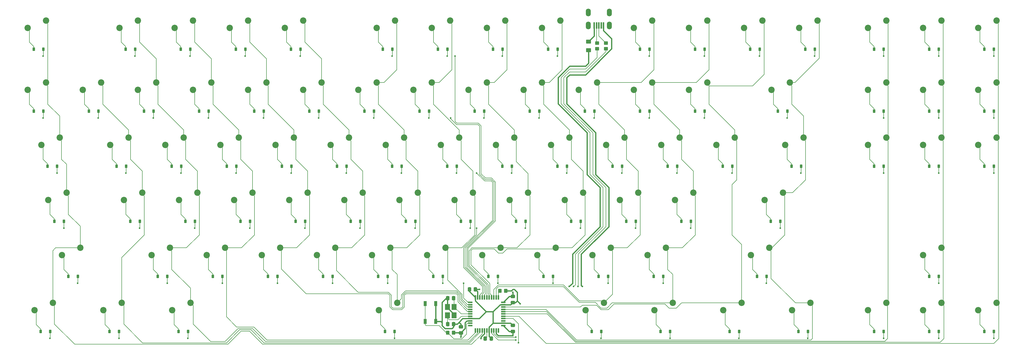
<source format=gbr>
%TF.GenerationSoftware,KiCad,Pcbnew,8.0.5*%
%TF.CreationDate,2024-09-22T12:20:42-07:00*%
%TF.ProjectId,keyboard_pcb,6b657962-6f61-4726-945f-7063622e6b69,rev?*%
%TF.SameCoordinates,Original*%
%TF.FileFunction,Copper,L2,Bot*%
%TF.FilePolarity,Positive*%
%FSLAX46Y46*%
G04 Gerber Fmt 4.6, Leading zero omitted, Abs format (unit mm)*
G04 Created by KiCad (PCBNEW 8.0.5) date 2024-09-22 12:20:42*
%MOMM*%
%LPD*%
G01*
G04 APERTURE LIST*
G04 Aperture macros list*
%AMRoundRect*
0 Rectangle with rounded corners*
0 $1 Rounding radius*
0 $2 $3 $4 $5 $6 $7 $8 $9 X,Y pos of 4 corners*
0 Add a 4 corners polygon primitive as box body*
4,1,4,$2,$3,$4,$5,$6,$7,$8,$9,$2,$3,0*
0 Add four circle primitives for the rounded corners*
1,1,$1+$1,$2,$3*
1,1,$1+$1,$4,$5*
1,1,$1+$1,$6,$7*
1,1,$1+$1,$8,$9*
0 Add four rect primitives between the rounded corners*
20,1,$1+$1,$2,$3,$4,$5,0*
20,1,$1+$1,$4,$5,$6,$7,0*
20,1,$1+$1,$6,$7,$8,$9,0*
20,1,$1+$1,$8,$9,$2,$3,0*%
G04 Aperture macros list end*
%TA.AperFunction,ComponentPad*%
%ADD10C,2.200000*%
%TD*%
%TA.AperFunction,SMDPad,CuDef*%
%ADD11RoundRect,0.225000X0.225000X0.375000X-0.225000X0.375000X-0.225000X-0.375000X0.225000X-0.375000X0*%
%TD*%
%TA.AperFunction,SMDPad,CuDef*%
%ADD12RoundRect,0.250000X0.337500X0.475000X-0.337500X0.475000X-0.337500X-0.475000X0.337500X-0.475000X0*%
%TD*%
%TA.AperFunction,SMDPad,CuDef*%
%ADD13RoundRect,0.250000X0.475000X-0.337500X0.475000X0.337500X-0.475000X0.337500X-0.475000X-0.337500X0*%
%TD*%
%TA.AperFunction,SMDPad,CuDef*%
%ADD14R,1.800000X2.100000*%
%TD*%
%TA.AperFunction,SMDPad,CuDef*%
%ADD15RoundRect,0.250000X-0.350000X-0.450000X0.350000X-0.450000X0.350000X0.450000X-0.350000X0.450000X0*%
%TD*%
%TA.AperFunction,SMDPad,CuDef*%
%ADD16R,0.550000X1.500000*%
%TD*%
%TA.AperFunction,SMDPad,CuDef*%
%ADD17R,1.500000X0.550000*%
%TD*%
%TA.AperFunction,SMDPad,CuDef*%
%ADD18RoundRect,0.250000X-0.475000X0.337500X-0.475000X-0.337500X0.475000X-0.337500X0.475000X0.337500X0*%
%TD*%
%TA.AperFunction,SMDPad,CuDef*%
%ADD19R,0.500000X2.250000*%
%TD*%
%TA.AperFunction,ComponentPad*%
%ADD20O,1.700000X2.700000*%
%TD*%
%TA.AperFunction,SMDPad,CuDef*%
%ADD21RoundRect,0.250000X-0.337500X-0.475000X0.337500X-0.475000X0.337500X0.475000X-0.337500X0.475000X0*%
%TD*%
%TA.AperFunction,SMDPad,CuDef*%
%ADD22RoundRect,0.250000X-0.450000X0.350000X-0.450000X-0.350000X0.450000X-0.350000X0.450000X0.350000X0*%
%TD*%
%TA.AperFunction,SMDPad,CuDef*%
%ADD23R,1.100000X1.800000*%
%TD*%
%TA.AperFunction,SMDPad,CuDef*%
%ADD24RoundRect,0.250000X0.350000X0.450000X-0.350000X0.450000X-0.350000X-0.450000X0.350000X-0.450000X0*%
%TD*%
%TA.AperFunction,SMDPad,CuDef*%
%ADD25RoundRect,0.250001X0.624999X-0.462499X0.624999X0.462499X-0.624999X0.462499X-0.624999X-0.462499X0*%
%TD*%
%TA.AperFunction,ViaPad*%
%ADD26C,0.600000*%
%TD*%
%TA.AperFunction,Conductor*%
%ADD27C,0.200000*%
%TD*%
%TA.AperFunction,Conductor*%
%ADD28C,0.381000*%
%TD*%
G04 APERTURE END LIST*
D10*
%TO.P,SW83,1,COL*%
%TO.N,COL12*%
X289083750Y-190182500D03*
%TO.P,SW83,2,ROW*%
%TO.N,Net-(D83-A)*%
X282733750Y-192722500D03*
%TD*%
%TO.P,SW11,1,COL*%
%TO.N,COL11*%
X277177500Y-92551250D03*
%TO.P,SW11,2,ROW*%
%TO.N,Net-(D11-A)*%
X270827500Y-95091250D03*
%TD*%
%TO.P,SW51,1,COL*%
%TO.N,COL0*%
X55721250Y-152082500D03*
%TO.P,SW51,2,ROW*%
%TO.N,Net-(D51-A)*%
X49371250Y-154622500D03*
%TD*%
%TO.P,SW15,1,COL*%
%TO.N,COL15*%
X358140000Y-92551250D03*
%TO.P,SW15,2,ROW*%
%TO.N,Net-(D15-A)*%
X351790000Y-95091250D03*
%TD*%
%TO.P,SW41,1,COL*%
%TO.N,COL7*%
X191452500Y-133032500D03*
%TO.P,SW41,2,ROW*%
%TO.N,Net-(D41-A)*%
X185102500Y-135572500D03*
%TD*%
%TO.P,SW55,1,COL*%
%TO.N,COL4*%
X139065000Y-152082500D03*
%TO.P,SW55,2,ROW*%
%TO.N,Net-(D55-A)*%
X132715000Y-154622500D03*
%TD*%
%TO.P,SW73,1,COL*%
%TO.N,COL10*%
X243840000Y-171132500D03*
%TO.P,SW73,2,ROW*%
%TO.N,Net-(D73-A)*%
X237490000Y-173672500D03*
%TD*%
%TO.P,SW79,1,COL*%
%TO.N,COL2*%
X98583750Y-190182500D03*
%TO.P,SW79,2,ROW*%
%TO.N,Net-(D79-A)*%
X92233750Y-192722500D03*
%TD*%
%TO.P,SW28,1,COL*%
%TO.N,COL11*%
X258127500Y-113982500D03*
%TO.P,SW28,2,ROW*%
%TO.N,Net-(D28-A)*%
X251777500Y-116522500D03*
%TD*%
%TO.P,SW71,1,COL*%
%TO.N,COL8*%
X205740000Y-171132500D03*
%TO.P,SW71,2,ROW*%
%TO.N,Net-(D71-A)*%
X199390000Y-173672500D03*
%TD*%
%TO.P,SW33,1,COL*%
%TO.N,COL16*%
X377190000Y-113982500D03*
%TO.P,SW33,2,ROW*%
%TO.N,Net-(D33-A)*%
X370840000Y-116522500D03*
%TD*%
%TO.P,SW5,1,COL*%
%TO.N,COL5*%
X137477500Y-92551250D03*
%TO.P,SW5,2,ROW*%
%TO.N,Net-(D5-A)*%
X131127500Y-95091250D03*
%TD*%
%TO.P,SW82,1,COL*%
%TO.N,COL11*%
X265271250Y-190182500D03*
%TO.P,SW82,2,ROW*%
%TO.N,Net-(D82-A)*%
X258921250Y-192722500D03*
%TD*%
%TO.P,SW8,1,COL*%
%TO.N,COL8*%
X207327500Y-92551250D03*
%TO.P,SW8,2,ROW*%
%TO.N,Net-(D8-A)*%
X200977500Y-95091250D03*
%TD*%
%TO.P,SW86,1,COL*%
%TO.N,COL15*%
X358140000Y-190182500D03*
%TO.P,SW86,2,ROW*%
%TO.N,Net-(D86-A)*%
X351790000Y-192722500D03*
%TD*%
%TO.P,SW31,1,COL*%
%TO.N,COL14*%
X339090000Y-113982500D03*
%TO.P,SW31,2,ROW*%
%TO.N,Net-(D31-A)*%
X332740000Y-116522500D03*
%TD*%
%TO.P,SW72,1,COL*%
%TO.N,COL9*%
X224790000Y-171132500D03*
%TO.P,SW72,2,ROW*%
%TO.N,Net-(D72-A)*%
X218440000Y-173672500D03*
%TD*%
%TO.P,SW70,1,COL*%
%TO.N,COL7*%
X186690000Y-171132500D03*
%TO.P,SW70,2,ROW*%
%TO.N,Net-(D70-A)*%
X180340000Y-173672500D03*
%TD*%
%TO.P,SW58,1,COL*%
%TO.N,COL7*%
X196215000Y-152082500D03*
%TO.P,SW58,2,ROW*%
%TO.N,Net-(D58-A)*%
X189865000Y-154622500D03*
%TD*%
%TO.P,SW26,1,COL*%
%TO.N,COL9*%
X220027500Y-113982500D03*
%TO.P,SW26,2,ROW*%
%TO.N,Net-(D26-A)*%
X213677500Y-116522500D03*
%TD*%
%TO.P,SW78,1,COL*%
%TO.N,COL1*%
X74771250Y-190182500D03*
%TO.P,SW78,2,ROW*%
%TO.N,Net-(D78-A)*%
X68421250Y-192722500D03*
%TD*%
%TO.P,SW87,1,COL*%
%TO.N,COL16*%
X377190000Y-190182500D03*
%TO.P,SW87,2,ROW*%
%TO.N,Net-(D87-A)*%
X370840000Y-192722500D03*
%TD*%
%TO.P,SW10,1,COL*%
%TO.N,COL10*%
X258127500Y-92551250D03*
%TO.P,SW10,2,ROW*%
%TO.N,Net-(D10-A)*%
X251777500Y-95091250D03*
%TD*%
%TO.P,SW19,1,COL*%
%TO.N,COL2*%
X86677500Y-113982500D03*
%TO.P,SW19,2,ROW*%
%TO.N,Net-(D19-A)*%
X80327500Y-116522500D03*
%TD*%
%TO.P,SW67,1,COL*%
%TO.N,COL4*%
X129540000Y-171132500D03*
%TO.P,SW67,2,ROW*%
%TO.N,Net-(D67-A)*%
X123190000Y-173672500D03*
%TD*%
%TO.P,SW35,1,COL*%
%TO.N,COL1*%
X77152500Y-133032500D03*
%TO.P,SW35,2,ROW*%
%TO.N,Net-(D35-A)*%
X70802500Y-135572500D03*
%TD*%
%TO.P,SW16,1,COL*%
%TO.N,COL16*%
X377190000Y-92551250D03*
%TO.P,SW16,2,ROW*%
%TO.N,Net-(D16-A)*%
X370840000Y-95091250D03*
%TD*%
%TO.P,SW36,1,COL*%
%TO.N,COL2*%
X96202500Y-133032500D03*
%TO.P,SW36,2,ROW*%
%TO.N,Net-(D36-A)*%
X89852500Y-135572500D03*
%TD*%
%TO.P,SW81,1,COL*%
%TO.N,COL10*%
X241458750Y-190182500D03*
%TO.P,SW81,2,ROW*%
%TO.N,Net-(D81-A)*%
X235108750Y-192722500D03*
%TD*%
%TO.P,SW12,1,COL*%
%TO.N,COL12*%
X296227500Y-92551250D03*
%TO.P,SW12,2,ROW*%
%TO.N,Net-(D12-A)*%
X289877500Y-95091250D03*
%TD*%
%TO.P,SW14,1,COL*%
%TO.N,COL14*%
X339090000Y-92551250D03*
%TO.P,SW14,2,ROW*%
%TO.N,Net-(D14-A)*%
X332740000Y-95091250D03*
%TD*%
%TO.P,SW34,1,COL*%
%TO.N,COL0*%
X53340000Y-133032500D03*
%TO.P,SW34,2,ROW*%
%TO.N,Net-(D34-A)*%
X46990000Y-135572500D03*
%TD*%
%TO.P,SW3,1,COL*%
%TO.N,COL3*%
X99377500Y-92551250D03*
%TO.P,SW3,2,ROW*%
%TO.N,Net-(D3-A)*%
X93027500Y-95091250D03*
%TD*%
%TO.P,SW18,1,COL*%
%TO.N,COL1*%
X67627500Y-113982500D03*
%TO.P,SW18,2,ROW*%
%TO.N,Net-(D18-A)*%
X61277500Y-116522500D03*
%TD*%
%TO.P,SW68,1,COL*%
%TO.N,COL5*%
X148590000Y-171132500D03*
%TO.P,SW68,2,ROW*%
%TO.N,Net-(D68-A)*%
X142240000Y-173672500D03*
%TD*%
%TO.P,SW52,1,COL*%
%TO.N,COL1*%
X81915000Y-152082500D03*
%TO.P,SW52,2,ROW*%
%TO.N,Net-(D52-A)*%
X75565000Y-154622500D03*
%TD*%
%TO.P,SW29,1,COL*%
%TO.N,COL12*%
X277177500Y-113982500D03*
%TO.P,SW29,2,ROW*%
%TO.N,Net-(D29-A)*%
X270827500Y-116522500D03*
%TD*%
%TO.P,SW54,1,COL*%
%TO.N,COL3*%
X120015000Y-152082500D03*
%TO.P,SW54,2,ROW*%
%TO.N,Net-(D54-A)*%
X113665000Y-154622500D03*
%TD*%
%TO.P,SW43,1,COL*%
%TO.N,COL9*%
X229552500Y-133032500D03*
%TO.P,SW43,2,ROW*%
%TO.N,Net-(D43-A)*%
X223202500Y-135572500D03*
%TD*%
%TO.P,SW44,1,COL*%
%TO.N,COL10*%
X248602500Y-133032500D03*
%TO.P,SW44,2,ROW*%
%TO.N,Net-(D44-A)*%
X242252500Y-135572500D03*
%TD*%
%TO.P,SW84,1,COL*%
%TO.N,COL13*%
X312896250Y-190182500D03*
%TO.P,SW84,2,ROW*%
%TO.N,Net-(D84-A)*%
X306546250Y-192722500D03*
%TD*%
%TO.P,SW56,1,COL*%
%TO.N,COL5*%
X158115000Y-152082500D03*
%TO.P,SW56,2,ROW*%
%TO.N,Net-(D56-A)*%
X151765000Y-154622500D03*
%TD*%
%TO.P,SW65,1,COL*%
%TO.N,COL2*%
X91440000Y-171132500D03*
%TO.P,SW65,2,ROW*%
%TO.N,Net-(D65-A)*%
X85090000Y-173672500D03*
%TD*%
%TO.P,SW60,1,COL*%
%TO.N,COL9*%
X234315000Y-152082500D03*
%TO.P,SW60,2,ROW*%
%TO.N,Net-(D60-A)*%
X227965000Y-154622500D03*
%TD*%
%TO.P,SW59,1,COL*%
%TO.N,COL8*%
X215265000Y-152082500D03*
%TO.P,SW59,2,ROW*%
%TO.N,Net-(D59-A)*%
X208915000Y-154622500D03*
%TD*%
%TO.P,SW80,1,COL*%
%TO.N,COL6*%
X170021250Y-190182500D03*
%TO.P,SW80,2,ROW*%
%TO.N,Net-(D80-A)*%
X163671250Y-192722500D03*
%TD*%
%TO.P,SW27,1,COL*%
%TO.N,COL10*%
X239077500Y-113982500D03*
%TO.P,SW27,2,ROW*%
%TO.N,Net-(D27-A)*%
X232727500Y-116522500D03*
%TD*%
%TO.P,SW40,1,COL*%
%TO.N,COL6*%
X172402500Y-133032500D03*
%TO.P,SW40,2,ROW*%
%TO.N,Net-(D40-A)*%
X166052500Y-135572500D03*
%TD*%
%TO.P,SW25,1,COL*%
%TO.N,COL8*%
X200977500Y-113982500D03*
%TO.P,SW25,2,ROW*%
%TO.N,Net-(D25-A)*%
X194627500Y-116522500D03*
%TD*%
%TO.P,SW21,1,COL*%
%TO.N,COL4*%
X124777500Y-113982500D03*
%TO.P,SW21,2,ROW*%
%TO.N,Net-(D21-A)*%
X118427500Y-116522500D03*
%TD*%
%TO.P,SW7,1,COL*%
%TO.N,COL7*%
X188277500Y-92551250D03*
%TO.P,SW7,2,ROW*%
%TO.N,Net-(D7-A)*%
X181927500Y-95091250D03*
%TD*%
%TO.P,SW46,1,COL*%
%TO.N,COL12*%
X286702500Y-133032500D03*
%TO.P,SW46,2,ROW*%
%TO.N,Net-(D46-A)*%
X280352500Y-135572500D03*
%TD*%
%TO.P,SW63,1,COL*%
%TO.N,COL13*%
X303371250Y-152082500D03*
%TO.P,SW63,2,ROW*%
%TO.N,Net-(D63-A)*%
X297021250Y-154622500D03*
%TD*%
%TO.P,SW49,1,COL*%
%TO.N,COL15*%
X358140000Y-133032500D03*
%TO.P,SW49,2,ROW*%
%TO.N,Net-(D49-A)*%
X351790000Y-135572500D03*
%TD*%
%TO.P,SW6,1,COL*%
%TO.N,COL6*%
X169227500Y-92551250D03*
%TO.P,SW6,2,ROW*%
%TO.N,Net-(D6-A)*%
X162877500Y-95091250D03*
%TD*%
%TO.P,SW30,1,COL*%
%TO.N,COL13*%
X305752500Y-113982500D03*
%TO.P,SW30,2,ROW*%
%TO.N,Net-(D30-A)*%
X299402500Y-116522500D03*
%TD*%
%TO.P,SW50,1,COL*%
%TO.N,COL16*%
X377190000Y-133032500D03*
%TO.P,SW50,2,ROW*%
%TO.N,Net-(D50-A)*%
X370840000Y-135572500D03*
%TD*%
%TO.P,SW45,1,COL*%
%TO.N,COL11*%
X267652500Y-133032500D03*
%TO.P,SW45,2,ROW*%
%TO.N,Net-(D45-A)*%
X261302500Y-135572500D03*
%TD*%
%TO.P,SW20,1,COL*%
%TO.N,COL3*%
X105727500Y-113982500D03*
%TO.P,SW20,2,ROW*%
%TO.N,Net-(D20-A)*%
X99377500Y-116522500D03*
%TD*%
%TO.P,SW61,1,COL*%
%TO.N,COL10*%
X253365000Y-152082500D03*
%TO.P,SW61,2,ROW*%
%TO.N,Net-(D61-A)*%
X247015000Y-154622500D03*
%TD*%
%TO.P,SW75,1,COL*%
%TO.N,COL13*%
X298608750Y-171132500D03*
%TO.P,SW75,2,ROW*%
%TO.N,Net-(D75-A)*%
X292258750Y-173672500D03*
%TD*%
%TO.P,SW42,1,COL*%
%TO.N,COL8*%
X210502500Y-133032500D03*
%TO.P,SW42,2,ROW*%
%TO.N,Net-(D42-A)*%
X204152500Y-135572500D03*
%TD*%
%TO.P,SW62,1,COL*%
%TO.N,COL11*%
X272415000Y-152082500D03*
%TO.P,SW62,2,ROW*%
%TO.N,Net-(D62-A)*%
X266065000Y-154622500D03*
%TD*%
%TO.P,SW17,1,COL*%
%TO.N,COL0*%
X48577500Y-113982500D03*
%TO.P,SW17,2,ROW*%
%TO.N,Net-(D17-A)*%
X42227500Y-116522500D03*
%TD*%
%TO.P,SW47,1,COL*%
%TO.N,COL13*%
X310515000Y-133032500D03*
%TO.P,SW47,2,ROW*%
%TO.N,Net-(D47-A)*%
X304165000Y-135572500D03*
%TD*%
%TO.P,SW1,1,COL*%
%TO.N,COL0*%
X48577500Y-92551250D03*
%TO.P,SW1,2,ROW*%
%TO.N,Net-(D1-A)*%
X42227500Y-95091250D03*
%TD*%
%TO.P,SW37,1,COL*%
%TO.N,COL3*%
X115252500Y-133032500D03*
%TO.P,SW37,2,ROW*%
%TO.N,Net-(D37-A)*%
X108902500Y-135572500D03*
%TD*%
%TO.P,SW24,1,COL*%
%TO.N,COL7*%
X181927500Y-113982500D03*
%TO.P,SW24,2,ROW*%
%TO.N,Net-(D24-A)*%
X175577500Y-116522500D03*
%TD*%
%TO.P,SW32,1,COL*%
%TO.N,COL15*%
X358140000Y-113982500D03*
%TO.P,SW32,2,ROW*%
%TO.N,Net-(D32-A)*%
X351790000Y-116522500D03*
%TD*%
%TO.P,SW2,1,COL*%
%TO.N,COL2*%
X80327500Y-92551250D03*
%TO.P,SW2,2,ROW*%
%TO.N,Net-(D2-A)*%
X73977500Y-95091250D03*
%TD*%
%TO.P,SW76,1,COL*%
%TO.N,COL15*%
X358140000Y-171132500D03*
%TO.P,SW76,2,ROW*%
%TO.N,Net-(D76-A)*%
X351790000Y-173672500D03*
%TD*%
%TO.P,SW69,1,COL*%
%TO.N,COL6*%
X167640000Y-171132500D03*
%TO.P,SW69,2,ROW*%
%TO.N,Net-(D69-A)*%
X161290000Y-173672500D03*
%TD*%
%TO.P,SW39,1,COL*%
%TO.N,COL5*%
X153352500Y-133032500D03*
%TO.P,SW39,2,ROW*%
%TO.N,Net-(D39-A)*%
X147002500Y-135572500D03*
%TD*%
%TO.P,SW48,1,COL*%
%TO.N,COL14*%
X339090000Y-133032500D03*
%TO.P,SW48,2,ROW*%
%TO.N,Net-(D48-A)*%
X332740000Y-135572500D03*
%TD*%
%TO.P,SW57,1,COL*%
%TO.N,COL6*%
X177165000Y-152082500D03*
%TO.P,SW57,2,ROW*%
%TO.N,Net-(D57-A)*%
X170815000Y-154622500D03*
%TD*%
%TO.P,SW77,1,COL*%
%TO.N,COL0*%
X50958750Y-190182500D03*
%TO.P,SW77,2,ROW*%
%TO.N,Net-(D77-A)*%
X44608750Y-192722500D03*
%TD*%
%TO.P,SW38,1,COL*%
%TO.N,COL4*%
X134302500Y-133032500D03*
%TO.P,SW38,2,ROW*%
%TO.N,Net-(D38-A)*%
X127952500Y-135572500D03*
%TD*%
%TO.P,SW9,1,COL*%
%TO.N,COL9*%
X226377500Y-92551250D03*
%TO.P,SW9,2,ROW*%
%TO.N,Net-(D9-A)*%
X220027500Y-95091250D03*
%TD*%
%TO.P,SW23,1,COL*%
%TO.N,COL6*%
X162877500Y-113982500D03*
%TO.P,SW23,2,ROW*%
%TO.N,Net-(D23-A)*%
X156527500Y-116522500D03*
%TD*%
%TO.P,SW13,1,COL*%
%TO.N,COL13*%
X315277500Y-92551250D03*
%TO.P,SW13,2,ROW*%
%TO.N,Net-(D13-A)*%
X308927500Y-95091250D03*
%TD*%
%TO.P,SW53,1,COL*%
%TO.N,COL2*%
X100965000Y-152082500D03*
%TO.P,SW53,2,ROW*%
%TO.N,Net-(D53-A)*%
X94615000Y-154622500D03*
%TD*%
%TO.P,SW64,1,COL*%
%TO.N,COL0*%
X60483750Y-171132500D03*
%TO.P,SW64,2,ROW*%
%TO.N,Net-(D64-A)*%
X54133750Y-173672500D03*
%TD*%
%TO.P,SW85,1,COL*%
%TO.N,COL14*%
X339090000Y-190182500D03*
%TO.P,SW85,2,ROW*%
%TO.N,Net-(D85-A)*%
X332740000Y-192722500D03*
%TD*%
%TO.P,SW22,1,COL*%
%TO.N,COL5*%
X143827500Y-113982500D03*
%TO.P,SW22,2,ROW*%
%TO.N,Net-(D22-A)*%
X137477500Y-116522500D03*
%TD*%
%TO.P,SW66,1,COL*%
%TO.N,COL3*%
X110490000Y-171132500D03*
%TO.P,SW66,2,ROW*%
%TO.N,Net-(D66-A)*%
X104140000Y-173672500D03*
%TD*%
%TO.P,SW4,1,COL*%
%TO.N,COL4*%
X118427500Y-92551250D03*
%TO.P,SW4,2,ROW*%
%TO.N,Net-(D4-A)*%
X112077500Y-95091250D03*
%TD*%
%TO.P,SW74,1,COL*%
%TO.N,COL11*%
X262890000Y-171132500D03*
%TO.P,SW74,2,ROW*%
%TO.N,Net-(D74-A)*%
X256540000Y-173672500D03*
%TD*%
D11*
%TO.P,D61,1,K*%
%TO.N,ROW3*%
X252475000Y-161925000D03*
%TO.P,D61,2,A*%
%TO.N,Net-(D61-A)*%
X249175000Y-161925000D03*
%TD*%
%TO.P,D47,1,K*%
%TO.N,ROW2*%
X309625000Y-142875000D03*
%TO.P,D47,2,A*%
%TO.N,Net-(D47-A)*%
X306325000Y-142875000D03*
%TD*%
%TO.P,D34,1,K*%
%TO.N,ROW2*%
X52450000Y-142875000D03*
%TO.P,D34,2,A*%
%TO.N,Net-(D34-A)*%
X49150000Y-142875000D03*
%TD*%
%TO.P,D79,1,K*%
%TO.N,ROW5*%
X97693750Y-200025000D03*
%TO.P,D79,2,A*%
%TO.N,Net-(D79-A)*%
X94393750Y-200025000D03*
%TD*%
%TO.P,D81,1,K*%
%TO.N,ROW5*%
X240568750Y-200025000D03*
%TO.P,D81,2,A*%
%TO.N,Net-(D81-A)*%
X237268750Y-200025000D03*
%TD*%
%TO.P,D84,1,K*%
%TO.N,ROW5*%
X312006250Y-200025000D03*
%TO.P,D84,2,A*%
%TO.N,Net-(D84-A)*%
X308706250Y-200025000D03*
%TD*%
%TO.P,D80,1,K*%
%TO.N,ROW5*%
X169131250Y-200025000D03*
%TO.P,D80,2,A*%
%TO.N,Net-(D80-A)*%
X165831250Y-200025000D03*
%TD*%
%TO.P,D48,1,K*%
%TO.N,ROW2*%
X338200000Y-142875000D03*
%TO.P,D48,2,A*%
%TO.N,Net-(D48-A)*%
X334900000Y-142875000D03*
%TD*%
%TO.P,D24,1,K*%
%TO.N,ROW1*%
X181037500Y-123825000D03*
%TO.P,D24,2,A*%
%TO.N,Net-(D24-A)*%
X177737500Y-123825000D03*
%TD*%
D12*
%TO.P,C2,1*%
%TO.N,+5V*%
X197037500Y-185500000D03*
%TO.P,C2,2*%
%TO.N,GND*%
X194962500Y-185500000D03*
%TD*%
D11*
%TO.P,D53,1,K*%
%TO.N,ROW3*%
X100075000Y-161925000D03*
%TO.P,D53,2,A*%
%TO.N,Net-(D53-A)*%
X96775000Y-161925000D03*
%TD*%
%TO.P,D31,1,K*%
%TO.N,ROW1*%
X338200000Y-123825000D03*
%TO.P,D31,2,A*%
%TO.N,Net-(D31-A)*%
X334900000Y-123825000D03*
%TD*%
%TO.P,D15,1,K*%
%TO.N,ROW0*%
X357250000Y-102393750D03*
%TO.P,D15,2,A*%
%TO.N,Net-(D15-A)*%
X353950000Y-102393750D03*
%TD*%
%TO.P,D63,1,K*%
%TO.N,ROW3*%
X302481250Y-161925000D03*
%TO.P,D63,2,A*%
%TO.N,Net-(D63-A)*%
X299181250Y-161925000D03*
%TD*%
D13*
%TO.P,C5,1*%
%TO.N,+5V*%
X210000000Y-200037500D03*
%TO.P,C5,2*%
%TO.N,GND*%
X210000000Y-197962500D03*
%TD*%
D11*
%TO.P,D64,1,K*%
%TO.N,ROW4*%
X59593750Y-180975000D03*
%TO.P,D64,2,A*%
%TO.N,Net-(D64-A)*%
X56293750Y-180975000D03*
%TD*%
%TO.P,D12,1,K*%
%TO.N,ROW0*%
X295337500Y-102393750D03*
%TO.P,D12,2,A*%
%TO.N,Net-(D12-A)*%
X292037500Y-102393750D03*
%TD*%
%TO.P,D8,1,K*%
%TO.N,ROW0*%
X206437500Y-102393750D03*
%TO.P,D8,2,A*%
%TO.N,Net-(D8-A)*%
X203137500Y-102393750D03*
%TD*%
%TO.P,D41,1,K*%
%TO.N,ROW2*%
X190562500Y-142875000D03*
%TO.P,D41,2,A*%
%TO.N,Net-(D41-A)*%
X187262500Y-142875000D03*
%TD*%
%TO.P,D22,1,K*%
%TO.N,ROW1*%
X142937500Y-123825000D03*
%TO.P,D22,2,A*%
%TO.N,Net-(D22-A)*%
X139637500Y-123825000D03*
%TD*%
%TO.P,D3,1,K*%
%TO.N,ROW0*%
X98487500Y-102393750D03*
%TO.P,D3,2,A*%
%TO.N,Net-(D3-A)*%
X95187500Y-102393750D03*
%TD*%
%TO.P,D35,1,K*%
%TO.N,ROW2*%
X76262500Y-142875000D03*
%TO.P,D35,2,A*%
%TO.N,Net-(D35-A)*%
X72962500Y-142875000D03*
%TD*%
%TO.P,D21,1,K*%
%TO.N,ROW1*%
X123887500Y-123825000D03*
%TO.P,D21,2,A*%
%TO.N,Net-(D21-A)*%
X120587500Y-123825000D03*
%TD*%
%TO.P,D2,1,K*%
%TO.N,ROW0*%
X79437500Y-102393750D03*
%TO.P,D2,2,A*%
%TO.N,Net-(D2-A)*%
X76137500Y-102393750D03*
%TD*%
%TO.P,D67,1,K*%
%TO.N,ROW4*%
X128650000Y-180975000D03*
%TO.P,D67,2,A*%
%TO.N,Net-(D67-A)*%
X125350000Y-180975000D03*
%TD*%
%TO.P,D14,1,K*%
%TO.N,ROW0*%
X338200000Y-102393750D03*
%TO.P,D14,2,A*%
%TO.N,Net-(D14-A)*%
X334900000Y-102393750D03*
%TD*%
%TO.P,D40,1,K*%
%TO.N,ROW2*%
X171512500Y-142875000D03*
%TO.P,D40,2,A*%
%TO.N,Net-(D40-A)*%
X168212500Y-142875000D03*
%TD*%
D14*
%TO.P,Y1,1,1*%
%TO.N,Net-(U1-XTAL1)*%
X189650000Y-191550000D03*
%TO.P,Y1,2,2*%
%TO.N,GND*%
X189650000Y-194450000D03*
%TO.P,Y1,3,3*%
%TO.N,Net-(U1-XTAL2)*%
X187350000Y-194450000D03*
%TO.P,Y1,4,4*%
%TO.N,GND*%
X187350000Y-191550000D03*
%TD*%
D13*
%TO.P,C4,1*%
%TO.N,+5V*%
X192000000Y-200537500D03*
%TO.P,C4,2*%
%TO.N,GND*%
X192000000Y-198462500D03*
%TD*%
D11*
%TO.P,D72,1,K*%
%TO.N,ROW4*%
X223900000Y-180975000D03*
%TO.P,D72,2,A*%
%TO.N,Net-(D72-A)*%
X220600000Y-180975000D03*
%TD*%
%TO.P,D9,1,K*%
%TO.N,ROW0*%
X225487500Y-102393750D03*
%TO.P,D9,2,A*%
%TO.N,Net-(D9-A)*%
X222187500Y-102393750D03*
%TD*%
%TO.P,D42,1,K*%
%TO.N,ROW2*%
X209612500Y-142875000D03*
%TO.P,D42,2,A*%
%TO.N,Net-(D42-A)*%
X206312500Y-142875000D03*
%TD*%
%TO.P,D25,1,K*%
%TO.N,ROW1*%
X200087500Y-123825000D03*
%TO.P,D25,2,A*%
%TO.N,Net-(D25-A)*%
X196787500Y-123825000D03*
%TD*%
D15*
%TO.P,R1,1*%
%TO.N,Net-(U1-~{HWB}{slash}PE2)*%
X205500000Y-186000000D03*
%TO.P,R1,2*%
%TO.N,GND*%
X207500000Y-186000000D03*
%TD*%
D11*
%TO.P,D45,1,K*%
%TO.N,ROW2*%
X266762500Y-142875000D03*
%TO.P,D45,2,A*%
%TO.N,Net-(D45-A)*%
X263462500Y-142875000D03*
%TD*%
%TO.P,D78,1,K*%
%TO.N,ROW5*%
X73881250Y-200025000D03*
%TO.P,D78,2,A*%
%TO.N,Net-(D78-A)*%
X70581250Y-200025000D03*
%TD*%
D16*
%TO.P,U1,1,PE6*%
%TO.N,unconnected-(U1-PE6-Pad1)*%
X205000000Y-199700000D03*
%TO.P,U1,2,UVCC*%
%TO.N,+5V*%
X204200000Y-199700000D03*
%TO.P,U1,3,D-*%
%TO.N,Net-(U1-D-)*%
X203400000Y-199700000D03*
%TO.P,U1,4,D+*%
%TO.N,Net-(U1-D+)*%
X202600000Y-199700000D03*
%TO.P,U1,5,UGND*%
%TO.N,GND*%
X201800000Y-199700000D03*
%TO.P,U1,6,UCAP*%
%TO.N,Net-(U1-UCAP)*%
X201000000Y-199700000D03*
%TO.P,U1,7,VBUS*%
%TO.N,+5V*%
X200200000Y-199700000D03*
%TO.P,U1,8,PB0*%
%TO.N,COL0*%
X199400000Y-199700000D03*
%TO.P,U1,9,PB1*%
%TO.N,COL1*%
X198600000Y-199700000D03*
%TO.P,U1,10,PB2*%
%TO.N,COL2*%
X197800000Y-199700000D03*
%TO.P,U1,11,PB3*%
%TO.N,COL3*%
X197000000Y-199700000D03*
D17*
%TO.P,U1,12,PB7*%
%TO.N,unconnected-(U1-PB7-Pad12)*%
X195300000Y-198000000D03*
%TO.P,U1,13,~{RESET}*%
%TO.N,Net-(U1-~{RESET})*%
X195300000Y-197200000D03*
%TO.P,U1,14,VCC*%
%TO.N,+5V*%
X195300000Y-196400000D03*
%TO.P,U1,15,GND*%
%TO.N,GND*%
X195300000Y-195600000D03*
%TO.P,U1,16,XTAL2*%
%TO.N,Net-(U1-XTAL2)*%
X195300000Y-194800000D03*
%TO.P,U1,17,XTAL1*%
%TO.N,Net-(U1-XTAL1)*%
X195300000Y-194000000D03*
%TO.P,U1,18,PD0*%
%TO.N,COL4*%
X195300000Y-193200000D03*
%TO.P,U1,19,PD1*%
%TO.N,COL5*%
X195300000Y-192400000D03*
%TO.P,U1,20,PD2*%
%TO.N,COL6*%
X195300000Y-191600000D03*
%TO.P,U1,21,PD3*%
%TO.N,COL7*%
X195300000Y-190800000D03*
%TO.P,U1,22,PD5*%
%TO.N,ROW4*%
X195300000Y-190000000D03*
D16*
%TO.P,U1,23,GND*%
%TO.N,GND*%
X197000000Y-188300000D03*
%TO.P,U1,24,AVCC*%
%TO.N,+5V*%
X197800000Y-188300000D03*
%TO.P,U1,25,PD4*%
%TO.N,ROW3*%
X198600000Y-188300000D03*
%TO.P,U1,26,PD6*%
%TO.N,ROW2*%
X199400000Y-188300000D03*
%TO.P,U1,27,PD7*%
%TO.N,ROW1*%
X200200000Y-188300000D03*
%TO.P,U1,28,PB4*%
%TO.N,ROW0*%
X201000000Y-188300000D03*
%TO.P,U1,29,PB5*%
%TO.N,COL8*%
X201800000Y-188300000D03*
%TO.P,U1,30,PB6*%
%TO.N,COL9*%
X202600000Y-188300000D03*
%TO.P,U1,31,PC6*%
%TO.N,COL10*%
X203400000Y-188300000D03*
%TO.P,U1,32,PC7*%
%TO.N,COL11*%
X204200000Y-188300000D03*
%TO.P,U1,33,~{HWB}/PE2*%
%TO.N,Net-(U1-~{HWB}{slash}PE2)*%
X205000000Y-188300000D03*
D17*
%TO.P,U1,34,VCC*%
%TO.N,+5V*%
X206700000Y-190000000D03*
%TO.P,U1,35,GND*%
%TO.N,GND*%
X206700000Y-190800000D03*
%TO.P,U1,36,PF7*%
%TO.N,COL12*%
X206700000Y-191600000D03*
%TO.P,U1,37,PF6*%
%TO.N,COL13*%
X206700000Y-192400000D03*
%TO.P,U1,38,PF5*%
%TO.N,COL14*%
X206700000Y-193200000D03*
%TO.P,U1,39,PF4*%
%TO.N,COL15*%
X206700000Y-194000000D03*
%TO.P,U1,40,PF1*%
%TO.N,COL16*%
X206700000Y-194800000D03*
%TO.P,U1,41,PF0*%
%TO.N,ROW5*%
X206700000Y-195600000D03*
%TO.P,U1,42,AREF*%
%TO.N,unconnected-(U1-AREF-Pad42)*%
X206700000Y-196400000D03*
%TO.P,U1,43,GND*%
%TO.N,GND*%
X206700000Y-197200000D03*
%TO.P,U1,44,AVCC*%
%TO.N,+5V*%
X206700000Y-198000000D03*
%TD*%
D11*
%TO.P,D39,1,K*%
%TO.N,ROW2*%
X152462500Y-142875000D03*
%TO.P,D39,2,A*%
%TO.N,Net-(D39-A)*%
X149162500Y-142875000D03*
%TD*%
%TO.P,D46,1,K*%
%TO.N,ROW2*%
X285812500Y-142875000D03*
%TO.P,D46,2,A*%
%TO.N,Net-(D46-A)*%
X282512500Y-142875000D03*
%TD*%
%TO.P,D62,1,K*%
%TO.N,ROW3*%
X271525000Y-161925000D03*
%TO.P,D62,2,A*%
%TO.N,Net-(D62-A)*%
X268225000Y-161925000D03*
%TD*%
D18*
%TO.P,C3,1*%
%TO.N,+5V*%
X210000000Y-187962500D03*
%TO.P,C3,2*%
%TO.N,GND*%
X210000000Y-190037500D03*
%TD*%
D11*
%TO.P,D71,1,K*%
%TO.N,ROW4*%
X204850000Y-180975000D03*
%TO.P,D71,2,A*%
%TO.N,Net-(D71-A)*%
X201550000Y-180975000D03*
%TD*%
%TO.P,D27,1,K*%
%TO.N,ROW1*%
X238187500Y-123825000D03*
%TO.P,D27,2,A*%
%TO.N,Net-(D27-A)*%
X234887500Y-123825000D03*
%TD*%
%TO.P,D36,1,K*%
%TO.N,ROW2*%
X95312500Y-142875000D03*
%TO.P,D36,2,A*%
%TO.N,Net-(D36-A)*%
X92012500Y-142875000D03*
%TD*%
%TO.P,D29,1,K*%
%TO.N,ROW1*%
X276287500Y-123825000D03*
%TO.P,D29,2,A*%
%TO.N,Net-(D29-A)*%
X272987500Y-123825000D03*
%TD*%
%TO.P,D50,1,K*%
%TO.N,ROW2*%
X376300000Y-142875000D03*
%TO.P,D50,2,A*%
%TO.N,Net-(D50-A)*%
X373000000Y-142875000D03*
%TD*%
%TO.P,D73,1,K*%
%TO.N,ROW4*%
X242950000Y-180975000D03*
%TO.P,D73,2,A*%
%TO.N,Net-(D73-A)*%
X239650000Y-180975000D03*
%TD*%
%TO.P,D5,1,K*%
%TO.N,ROW0*%
X136587500Y-102393750D03*
%TO.P,D5,2,A*%
%TO.N,Net-(D5-A)*%
X133287500Y-102393750D03*
%TD*%
%TO.P,D56,1,K*%
%TO.N,ROW3*%
X157225000Y-161925000D03*
%TO.P,D56,2,A*%
%TO.N,Net-(D56-A)*%
X153925000Y-161925000D03*
%TD*%
%TO.P,D44,1,K*%
%TO.N,ROW2*%
X247712500Y-142875000D03*
%TO.P,D44,2,A*%
%TO.N,Net-(D44-A)*%
X244412500Y-142875000D03*
%TD*%
%TO.P,D74,1,K*%
%TO.N,ROW4*%
X262000000Y-180975000D03*
%TO.P,D74,2,A*%
%TO.N,Net-(D74-A)*%
X258700000Y-180975000D03*
%TD*%
D19*
%TO.P,USB1,1,GND*%
%TO.N,GND*%
X241312500Y-94193750D03*
%TO.P,USB1,2,ID*%
%TO.N,unconnected-(USB1-ID-Pad2)*%
X240512500Y-94193750D03*
%TO.P,USB1,3,D+*%
%TO.N,D+*%
X239712500Y-94193750D03*
%TO.P,USB1,4,D-*%
%TO.N,D-*%
X238912500Y-94193750D03*
%TO.P,USB1,5,VBUS*%
%TO.N,VCC*%
X238112500Y-94193750D03*
D20*
%TO.P,USB1,6,SHIELD*%
%TO.N,unconnected-(USB1-SHIELD-Pad6)_1*%
X243362500Y-89693750D03*
%TO.N,unconnected-(USB1-SHIELD-Pad6)_2*%
X236062500Y-89693750D03*
%TO.N,unconnected-(USB1-SHIELD-Pad6)*%
X243362500Y-94193750D03*
%TO.N,unconnected-(USB1-SHIELD-Pad6)_3*%
X236062500Y-94193750D03*
%TD*%
D11*
%TO.P,D7,1,K*%
%TO.N,ROW0*%
X187387500Y-102393750D03*
%TO.P,D7,2,A*%
%TO.N,Net-(D7-A)*%
X184087500Y-102393750D03*
%TD*%
%TO.P,D38,1,K*%
%TO.N,ROW2*%
X133412500Y-142875000D03*
%TO.P,D38,2,A*%
%TO.N,Net-(D38-A)*%
X130112500Y-142875000D03*
%TD*%
%TO.P,D30,1,K*%
%TO.N,ROW1*%
X304862500Y-123825000D03*
%TO.P,D30,2,A*%
%TO.N,Net-(D30-A)*%
X301562500Y-123825000D03*
%TD*%
D21*
%TO.P,C6,1*%
%TO.N,GND*%
X187462500Y-188500000D03*
%TO.P,C6,2*%
%TO.N,Net-(U1-XTAL1)*%
X189537500Y-188500000D03*
%TD*%
D11*
%TO.P,D68,1,K*%
%TO.N,ROW4*%
X147700000Y-180975000D03*
%TO.P,D68,2,A*%
%TO.N,Net-(D68-A)*%
X144400000Y-180975000D03*
%TD*%
%TO.P,D28,1,K*%
%TO.N,ROW1*%
X257237500Y-123825000D03*
%TO.P,D28,2,A*%
%TO.N,Net-(D28-A)*%
X253937500Y-123825000D03*
%TD*%
D22*
%TO.P,R2,1*%
%TO.N,D+*%
X242137500Y-100287500D03*
%TO.P,R2,2*%
%TO.N,Net-(U1-D+)*%
X242137500Y-102287500D03*
%TD*%
D11*
%TO.P,D86,1,K*%
%TO.N,ROW5*%
X357250000Y-200025000D03*
%TO.P,D86,2,A*%
%TO.N,Net-(D86-A)*%
X353950000Y-200025000D03*
%TD*%
%TO.P,D70,1,K*%
%TO.N,ROW4*%
X185800000Y-180975000D03*
%TO.P,D70,2,A*%
%TO.N,Net-(D70-A)*%
X182500000Y-180975000D03*
%TD*%
%TO.P,D76,1,K*%
%TO.N,ROW4*%
X357250000Y-180975000D03*
%TO.P,D76,2,A*%
%TO.N,Net-(D76-A)*%
X353950000Y-180975000D03*
%TD*%
%TO.P,D49,1,K*%
%TO.N,ROW2*%
X357250000Y-142875000D03*
%TO.P,D49,2,A*%
%TO.N,Net-(D49-A)*%
X353950000Y-142875000D03*
%TD*%
%TO.P,D18,1,K*%
%TO.N,ROW1*%
X66737500Y-123825000D03*
%TO.P,D18,2,A*%
%TO.N,Net-(D18-A)*%
X63437500Y-123825000D03*
%TD*%
%TO.P,D26,1,K*%
%TO.N,ROW1*%
X219137500Y-123825000D03*
%TO.P,D26,2,A*%
%TO.N,Net-(D26-A)*%
X215837500Y-123825000D03*
%TD*%
D22*
%TO.P,R3,1*%
%TO.N,D-*%
X239137500Y-100287500D03*
%TO.P,R3,2*%
%TO.N,Net-(U1-D-)*%
X239137500Y-102287500D03*
%TD*%
D11*
%TO.P,D55,1,K*%
%TO.N,ROW3*%
X138175000Y-161925000D03*
%TO.P,D55,2,A*%
%TO.N,Net-(D55-A)*%
X134875000Y-161925000D03*
%TD*%
%TO.P,D1,1,K*%
%TO.N,ROW0*%
X47687500Y-102393750D03*
%TO.P,D1,2,A*%
%TO.N,Net-(D1-A)*%
X44387500Y-102393750D03*
%TD*%
%TO.P,D6,1,K*%
%TO.N,ROW0*%
X168337500Y-102393750D03*
%TO.P,D6,2,A*%
%TO.N,Net-(D6-A)*%
X165037500Y-102393750D03*
%TD*%
%TO.P,D11,1,K*%
%TO.N,ROW0*%
X276287500Y-102393750D03*
%TO.P,D11,2,A*%
%TO.N,Net-(D11-A)*%
X272987500Y-102393750D03*
%TD*%
D23*
%TO.P,SW88,1,1*%
%TO.N,GND*%
X183350000Y-196600000D03*
X183350000Y-190400000D03*
%TO.P,SW88,2,2*%
%TO.N,Net-(U1-~{RESET})*%
X179650000Y-196600000D03*
X179650000Y-190400000D03*
%TD*%
D21*
%TO.P,C1,1*%
%TO.N,Net-(U1-UCAP)*%
X200462500Y-202500000D03*
%TO.P,C1,2*%
%TO.N,GND*%
X202537500Y-202500000D03*
%TD*%
D11*
%TO.P,D20,1,K*%
%TO.N,ROW1*%
X104837500Y-123825000D03*
%TO.P,D20,2,A*%
%TO.N,Net-(D20-A)*%
X101537500Y-123825000D03*
%TD*%
%TO.P,D69,1,K*%
%TO.N,ROW4*%
X166750000Y-180975000D03*
%TO.P,D69,2,A*%
%TO.N,Net-(D69-A)*%
X163450000Y-180975000D03*
%TD*%
%TO.P,D82,1,K*%
%TO.N,ROW5*%
X264381250Y-200025000D03*
%TO.P,D82,2,A*%
%TO.N,Net-(D82-A)*%
X261081250Y-200025000D03*
%TD*%
%TO.P,D51,1,K*%
%TO.N,ROW3*%
X54831250Y-161925000D03*
%TO.P,D51,2,A*%
%TO.N,Net-(D51-A)*%
X51531250Y-161925000D03*
%TD*%
%TO.P,D43,1,K*%
%TO.N,ROW2*%
X228662500Y-142875000D03*
%TO.P,D43,2,A*%
%TO.N,Net-(D43-A)*%
X225362500Y-142875000D03*
%TD*%
%TO.P,D87,1,K*%
%TO.N,ROW5*%
X376300000Y-200025000D03*
%TO.P,D87,2,A*%
%TO.N,Net-(D87-A)*%
X373000000Y-200025000D03*
%TD*%
%TO.P,D77,1,K*%
%TO.N,ROW5*%
X50068750Y-200025000D03*
%TO.P,D77,2,A*%
%TO.N,Net-(D77-A)*%
X46768750Y-200025000D03*
%TD*%
%TO.P,D33,1,K*%
%TO.N,ROW1*%
X376300000Y-123825000D03*
%TO.P,D33,2,A*%
%TO.N,Net-(D33-A)*%
X373000000Y-123825000D03*
%TD*%
%TO.P,D75,1,K*%
%TO.N,ROW4*%
X297718750Y-180975000D03*
%TO.P,D75,2,A*%
%TO.N,Net-(D75-A)*%
X294418750Y-180975000D03*
%TD*%
%TO.P,D32,1,K*%
%TO.N,ROW1*%
X357250000Y-123825000D03*
%TO.P,D32,2,A*%
%TO.N,Net-(D32-A)*%
X353950000Y-123825000D03*
%TD*%
%TO.P,D23,1,K*%
%TO.N,ROW1*%
X161987500Y-123825000D03*
%TO.P,D23,2,A*%
%TO.N,Net-(D23-A)*%
X158687500Y-123825000D03*
%TD*%
%TO.P,D16,1,K*%
%TO.N,ROW0*%
X376300000Y-102393750D03*
%TO.P,D16,2,A*%
%TO.N,Net-(D16-A)*%
X373000000Y-102393750D03*
%TD*%
%TO.P,D57,1,K*%
%TO.N,ROW3*%
X176275000Y-161925000D03*
%TO.P,D57,2,A*%
%TO.N,Net-(D57-A)*%
X172975000Y-161925000D03*
%TD*%
D24*
%TO.P,R4,1*%
%TO.N,+5V*%
X189500000Y-200500000D03*
%TO.P,R4,2*%
%TO.N,Net-(U1-~{RESET})*%
X187500000Y-200500000D03*
%TD*%
D11*
%TO.P,D17,1,K*%
%TO.N,ROW1*%
X47687500Y-123825000D03*
%TO.P,D17,2,A*%
%TO.N,Net-(D17-A)*%
X44387500Y-123825000D03*
%TD*%
%TO.P,D4,1,K*%
%TO.N,ROW0*%
X117537500Y-102393750D03*
%TO.P,D4,2,A*%
%TO.N,Net-(D4-A)*%
X114237500Y-102393750D03*
%TD*%
D25*
%TO.P,F1,1*%
%TO.N,+5V*%
X236137500Y-102775000D03*
%TO.P,F1,2*%
%TO.N,VCC*%
X236137500Y-99800000D03*
%TD*%
D11*
%TO.P,D58,1,K*%
%TO.N,ROW3*%
X195325000Y-161925000D03*
%TO.P,D58,2,A*%
%TO.N,Net-(D58-A)*%
X192025000Y-161925000D03*
%TD*%
%TO.P,D10,1,K*%
%TO.N,ROW0*%
X257237500Y-102393750D03*
%TO.P,D10,2,A*%
%TO.N,Net-(D10-A)*%
X253937500Y-102393750D03*
%TD*%
%TO.P,D19,1,K*%
%TO.N,ROW1*%
X85787500Y-123825000D03*
%TO.P,D19,2,A*%
%TO.N,Net-(D19-A)*%
X82487500Y-123825000D03*
%TD*%
%TO.P,D59,1,K*%
%TO.N,ROW3*%
X214375000Y-161925000D03*
%TO.P,D59,2,A*%
%TO.N,Net-(D59-A)*%
X211075000Y-161925000D03*
%TD*%
%TO.P,D65,1,K*%
%TO.N,ROW4*%
X90550000Y-180975000D03*
%TO.P,D65,2,A*%
%TO.N,Net-(D65-A)*%
X87250000Y-180975000D03*
%TD*%
%TO.P,D37,1,K*%
%TO.N,ROW2*%
X114362500Y-142875000D03*
%TO.P,D37,2,A*%
%TO.N,Net-(D37-A)*%
X111062500Y-142875000D03*
%TD*%
%TO.P,D54,1,K*%
%TO.N,ROW3*%
X119125000Y-161925000D03*
%TO.P,D54,2,A*%
%TO.N,Net-(D54-A)*%
X115825000Y-161925000D03*
%TD*%
D12*
%TO.P,C7,1*%
%TO.N,GND*%
X189537500Y-197500000D03*
%TO.P,C7,2*%
%TO.N,Net-(U1-XTAL2)*%
X187462500Y-197500000D03*
%TD*%
D11*
%TO.P,D60,1,K*%
%TO.N,ROW3*%
X233425000Y-161925000D03*
%TO.P,D60,2,A*%
%TO.N,Net-(D60-A)*%
X230125000Y-161925000D03*
%TD*%
%TO.P,D83,1,K*%
%TO.N,ROW5*%
X288193750Y-200025000D03*
%TO.P,D83,2,A*%
%TO.N,Net-(D83-A)*%
X284893750Y-200025000D03*
%TD*%
%TO.P,D66,1,K*%
%TO.N,ROW4*%
X109600000Y-180975000D03*
%TO.P,D66,2,A*%
%TO.N,Net-(D66-A)*%
X106300000Y-180975000D03*
%TD*%
%TO.P,D13,1,K*%
%TO.N,ROW0*%
X314387500Y-102393750D03*
%TO.P,D13,2,A*%
%TO.N,Net-(D13-A)*%
X311087500Y-102393750D03*
%TD*%
%TO.P,D52,1,K*%
%TO.N,ROW3*%
X81025000Y-161925000D03*
%TO.P,D52,2,A*%
%TO.N,Net-(D52-A)*%
X77725000Y-161925000D03*
%TD*%
%TO.P,D85,1,K*%
%TO.N,ROW5*%
X338200000Y-200025000D03*
%TO.P,D85,2,A*%
%TO.N,Net-(D85-A)*%
X334900000Y-200025000D03*
%TD*%
D26*
%TO.N,GND*%
X212500000Y-190500000D03*
X234000000Y-184500000D03*
%TO.N,+5V*%
X198500000Y-185500000D03*
X229500000Y-184500000D03*
X210000000Y-201500000D03*
X210000000Y-186500000D03*
X192000000Y-202000000D03*
X199000000Y-202500000D03*
%TO.N,ROW0*%
X117475000Y-104775000D03*
X187325000Y-104775000D03*
X225425000Y-104775000D03*
X190000000Y-104775000D03*
X314325000Y-104775000D03*
X376237500Y-104775000D03*
X357187500Y-104775000D03*
X168275000Y-104775000D03*
X295275000Y-104775000D03*
X206375000Y-104775000D03*
X98425000Y-104775000D03*
X338137500Y-104775000D03*
X79375000Y-104775000D03*
X257175000Y-104775000D03*
X276225000Y-104775000D03*
X47625000Y-104775000D03*
X136525000Y-104775000D03*
%TO.N,ROW1*%
X85725000Y-126206250D03*
X142875000Y-126206250D03*
X123825000Y-126206250D03*
X104775000Y-126206250D03*
X47625000Y-126206250D03*
X338137500Y-126206250D03*
X376237500Y-126206250D03*
X180975000Y-126206250D03*
X188500000Y-126206250D03*
X276225000Y-126206250D03*
X66675000Y-126206250D03*
X357187500Y-126206250D03*
X257175000Y-126206250D03*
X161925000Y-126206250D03*
X304800000Y-126206250D03*
X238125000Y-126206250D03*
X200025000Y-126206250D03*
X219075000Y-126206250D03*
%TO.N,ROW2*%
X52387500Y-145256250D03*
X171450000Y-145256250D03*
X152400000Y-145256250D03*
X76200000Y-145256250D03*
X376237500Y-145256250D03*
X114300000Y-145256250D03*
X285750000Y-145256250D03*
X266700000Y-145256250D03*
X247650000Y-145256250D03*
X95250000Y-145256250D03*
X197500000Y-145256250D03*
X338137500Y-145256250D03*
X309562500Y-145256250D03*
X357187500Y-145256250D03*
X228600000Y-145256250D03*
X209550000Y-145256250D03*
X190500000Y-145256250D03*
X133350000Y-145256250D03*
%TO.N,ROW3*%
X119062500Y-164306250D03*
X54768750Y-164306250D03*
X252412500Y-164306250D03*
X271462500Y-164306250D03*
X80962500Y-164306250D03*
X233362500Y-164306250D03*
X214312500Y-164306250D03*
X100012500Y-164306250D03*
X138112500Y-164306250D03*
X176212500Y-164306250D03*
X197500000Y-164306250D03*
X302418750Y-164306250D03*
X157162500Y-164306250D03*
X195262500Y-164306250D03*
%TO.N,ROW4*%
X128587500Y-183356250D03*
X59531250Y-183356250D03*
X223837500Y-183356250D03*
X147637500Y-183356250D03*
X261937500Y-183356250D03*
X204787500Y-183356250D03*
X109537500Y-183356250D03*
X297656250Y-183356250D03*
X166687500Y-183356250D03*
X90487500Y-183356250D03*
X185737500Y-183356250D03*
X357187500Y-183356250D03*
X242887500Y-183356250D03*
X193000000Y-183356250D03*
%TO.N,ROW5*%
X211962500Y-203962500D03*
X288131250Y-202406250D03*
X357187500Y-202406250D03*
X311943750Y-202406250D03*
X240506250Y-202406250D03*
X264318750Y-202406250D03*
X50006250Y-202406250D03*
X97631250Y-202406250D03*
X338137500Y-202406250D03*
X376237500Y-202406250D03*
X169068750Y-202406250D03*
X73818750Y-202406250D03*
%TO.N,Net-(U1-D+)*%
X211000000Y-203000000D03*
X232500000Y-184500000D03*
%TO.N,Net-(U1-D-)*%
X231000000Y-184500000D03*
X211000000Y-202000000D03*
%TD*%
D27*
%TO.N,Net-(U1-UCAP)*%
X200462500Y-202500000D02*
X201000000Y-201962500D01*
X201000000Y-201962500D02*
X201000000Y-199700000D01*
D28*
%TO.N,GND*%
X244137500Y-98787500D02*
X241312500Y-95962500D01*
X198369000Y-195600000D02*
X200769000Y-193200000D01*
X243137500Y-163787500D02*
X243137500Y-150287500D01*
X194962500Y-185500000D02*
X194962500Y-186262500D01*
X235137500Y-111287500D02*
X244137500Y-102287500D01*
X211500000Y-186500000D02*
X210500000Y-185500000D01*
X244137500Y-102287500D02*
X244137500Y-98787500D01*
X211500000Y-189500000D02*
X211500000Y-186500000D01*
X189000000Y-199000000D02*
X189537500Y-198462500D01*
X209500000Y-186000000D02*
X207500000Y-186000000D01*
X189650000Y-194150000D02*
X189650000Y-194450000D01*
X183400000Y-190400000D02*
X183500000Y-190500000D01*
X187350000Y-191550000D02*
X187350000Y-188612500D01*
X187000000Y-188500000D02*
X185500000Y-190000000D01*
X203169000Y-193200000D02*
X205569000Y-190800000D01*
X234000000Y-184500000D02*
X233637500Y-184137500D01*
X203169000Y-197200000D02*
X206700000Y-197200000D01*
X189537500Y-197500000D02*
X190769000Y-197500000D01*
X201800000Y-198569000D02*
X203169000Y-197200000D01*
X241312500Y-95962500D02*
X241312500Y-94987500D01*
X183350000Y-196600000D02*
X185100000Y-196600000D01*
X183350000Y-190400000D02*
X183350000Y-196600000D01*
X212500000Y-190500000D02*
X211500000Y-189500000D01*
X189537500Y-198462500D02*
X189537500Y-197500000D01*
X209237500Y-197200000D02*
X206700000Y-197200000D01*
X183350000Y-190400000D02*
X183400000Y-190400000D01*
X185500000Y-198000000D02*
X186500000Y-199000000D01*
X209237500Y-190800000D02*
X206700000Y-190800000D01*
X185500000Y-190000000D02*
X185500000Y-197000000D01*
X202537500Y-202500000D02*
X201800000Y-201762500D01*
X201800000Y-201762500D02*
X201800000Y-199700000D01*
X200769000Y-193200000D02*
X197000000Y-189431000D01*
X192000000Y-197500000D02*
X191384500Y-196884500D01*
X203169000Y-197200000D02*
X203169000Y-193200000D01*
X233637500Y-173287500D02*
X243137500Y-163787500D01*
X187462500Y-188500000D02*
X187000000Y-188500000D01*
X189650000Y-194450000D02*
X190000000Y-194100000D01*
X197000000Y-189431000D02*
X197000000Y-188300000D01*
X238637500Y-145787500D02*
X238637500Y-131287500D01*
X185100000Y-196600000D02*
X185500000Y-197000000D01*
X205569000Y-190800000D02*
X206700000Y-190800000D01*
X192669000Y-195600000D02*
X191384500Y-196884500D01*
X201800000Y-199700000D02*
X201800000Y-198569000D01*
X228637500Y-112287500D02*
X229637500Y-111287500D01*
X203169000Y-193200000D02*
X200769000Y-193200000D01*
X210962500Y-190037500D02*
X211500000Y-189500000D01*
X185500000Y-197000000D02*
X185500000Y-198000000D01*
X210000000Y-197962500D02*
X209237500Y-197200000D01*
X192000000Y-198462500D02*
X192000000Y-197500000D01*
X243137500Y-150287500D02*
X238637500Y-145787500D01*
X210500000Y-185500000D02*
X210000000Y-185500000D01*
X186500000Y-199000000D02*
X189000000Y-199000000D01*
X229637500Y-111287500D02*
X235137500Y-111287500D01*
X194962500Y-186262500D02*
X197000000Y-188300000D01*
X210000000Y-190037500D02*
X210962500Y-190037500D01*
X187350000Y-188612500D02*
X187462500Y-188500000D01*
X187350000Y-191550000D02*
X187350000Y-191850000D01*
X190769000Y-197500000D02*
X191384500Y-196884500D01*
X228637500Y-121287500D02*
X228637500Y-112287500D01*
X210000000Y-190037500D02*
X209237500Y-190800000D01*
X210000000Y-185500000D02*
X209500000Y-186000000D01*
X187350000Y-191850000D02*
X189650000Y-194150000D01*
X238637500Y-131287500D02*
X228637500Y-121287500D01*
X195300000Y-195600000D02*
X192669000Y-195600000D01*
X233637500Y-184137500D02*
X233637500Y-173287500D01*
X195300000Y-195600000D02*
X198369000Y-195600000D01*
%TO.N,+5V*%
X192000000Y-200537500D02*
X192000000Y-202000000D01*
X235637500Y-145787500D02*
X240137500Y-150287500D01*
X208737500Y-200037500D02*
X206700000Y-198000000D01*
X191962500Y-200500000D02*
X192000000Y-200537500D01*
X240137500Y-150287500D02*
X240137500Y-163787500D01*
X210000000Y-200037500D02*
X210000000Y-201500000D01*
X189500000Y-200500000D02*
X191962500Y-200500000D01*
X204869000Y-201500000D02*
X204200000Y-200831000D01*
X193000000Y-199500000D02*
X193500000Y-199000000D01*
X225637500Y-121287500D02*
X235637500Y-131287500D01*
X230637500Y-183362500D02*
X229500000Y-184500000D01*
X193000000Y-199537500D02*
X193000000Y-199500000D01*
X199000000Y-202000000D02*
X199000000Y-202500000D01*
X193500000Y-199000000D02*
X193500000Y-197000000D01*
X240137500Y-163787500D02*
X230637500Y-173287500D01*
X193500000Y-197000000D02*
X194100000Y-196400000D01*
X204200000Y-200831000D02*
X204200000Y-199700000D01*
X194100000Y-196400000D02*
X195300000Y-196400000D01*
X210000000Y-187962500D02*
X208737500Y-187962500D01*
X229637500Y-108287500D02*
X225637500Y-112287500D01*
X197037500Y-185500000D02*
X198500000Y-185500000D01*
X236137500Y-102775000D02*
X236137500Y-107287500D01*
X235637500Y-131287500D02*
X235637500Y-145787500D01*
X210000000Y-200037500D02*
X208737500Y-200037500D01*
X235137500Y-108287500D02*
X229637500Y-108287500D01*
X197800000Y-186262500D02*
X197800000Y-188300000D01*
X192000000Y-200537500D02*
X193000000Y-199537500D01*
X197037500Y-185500000D02*
X197800000Y-186262500D01*
X210000000Y-201500000D02*
X204869000Y-201500000D01*
X236137500Y-107287500D02*
X235137500Y-108287500D01*
X208737500Y-187962500D02*
X206700000Y-190000000D01*
X200200000Y-200800000D02*
X199000000Y-202000000D01*
X230637500Y-183287500D02*
X230637500Y-183362500D01*
X200200000Y-199700000D02*
X200200000Y-200800000D01*
X225637500Y-112287500D02*
X225637500Y-121287500D01*
X230637500Y-173287500D02*
X230637500Y-183287500D01*
X210000000Y-187962500D02*
X210000000Y-186500000D01*
D27*
%TO.N,Net-(U1-XTAL1)*%
X192100000Y-194000000D02*
X195300000Y-194000000D01*
X189650000Y-188612500D02*
X189537500Y-188500000D01*
X189650000Y-191550000D02*
X192100000Y-194000000D01*
X189650000Y-191550000D02*
X189650000Y-188612500D01*
%TO.N,Net-(U1-XTAL2)*%
X191000000Y-196000000D02*
X192200000Y-194800000D01*
X187350000Y-194450000D02*
X187350000Y-197387500D01*
X187350000Y-194450000D02*
X187350000Y-195350000D01*
X192200000Y-194800000D02*
X195300000Y-194800000D01*
X187350000Y-197387500D02*
X187462500Y-197500000D01*
X188000000Y-196000000D02*
X191000000Y-196000000D01*
X187350000Y-195350000D02*
X188000000Y-196000000D01*
%TO.N,ROW0*%
X98487500Y-102393750D02*
X98487500Y-104712500D01*
X199000000Y-145500000D02*
X199000000Y-128934314D01*
X225487500Y-102393750D02*
X225487500Y-104712500D01*
X117537500Y-104712500D02*
X117475000Y-104775000D01*
X314387500Y-104712500D02*
X314325000Y-104775000D01*
X295337500Y-102393750D02*
X295337500Y-104712500D01*
X376300000Y-104712500D02*
X376237500Y-104775000D01*
X202631372Y-147000000D02*
X200500000Y-147000000D01*
X257237500Y-102393750D02*
X257237500Y-104712500D01*
X187387500Y-104712500D02*
X187325000Y-104775000D01*
X295337500Y-104712500D02*
X295275000Y-104775000D01*
X117537500Y-102393750D02*
X117537500Y-104712500D01*
X187387500Y-102393750D02*
X187387500Y-104712500D01*
X201000000Y-188300000D02*
X201000000Y-184000000D01*
X98487500Y-104712500D02*
X98425000Y-104775000D01*
X79437500Y-104712500D02*
X79375000Y-104775000D01*
X338200000Y-102393750D02*
X338200000Y-104712500D01*
X204000000Y-161800244D02*
X204000000Y-148368628D01*
X314387500Y-102393750D02*
X314387500Y-104712500D01*
X190000000Y-127434314D02*
X190000000Y-104775000D01*
X204000000Y-148368628D02*
X202631372Y-147000000D01*
X168337500Y-102393750D02*
X168337500Y-104712500D01*
X168337500Y-104712500D02*
X168275000Y-104775000D01*
X206437500Y-104712500D02*
X206375000Y-104775000D01*
X136587500Y-102393750D02*
X136587500Y-104712500D01*
X276287500Y-104712500D02*
X276225000Y-104775000D01*
X338200000Y-104712500D02*
X338137500Y-104775000D01*
X194500000Y-171300244D02*
X204000000Y-161800244D01*
X79437500Y-102393750D02*
X79437500Y-104712500D01*
X47687500Y-104712500D02*
X47625000Y-104775000D01*
X257237500Y-104712500D02*
X257175000Y-104775000D01*
X194500000Y-177500000D02*
X194500000Y-171300244D01*
X357250000Y-104712500D02*
X357187500Y-104775000D01*
X376300000Y-102393750D02*
X376300000Y-104712500D01*
X276287500Y-102393750D02*
X276287500Y-104712500D01*
X136587500Y-104712500D02*
X136525000Y-104775000D01*
X200500000Y-147000000D02*
X199000000Y-145500000D01*
X199000000Y-128934314D02*
X198065686Y-128000000D01*
X357250000Y-102393750D02*
X357250000Y-104712500D01*
X206437500Y-102393750D02*
X206437500Y-104712500D01*
X225487500Y-104712500D02*
X225425000Y-104775000D01*
X198065686Y-128000000D02*
X190565686Y-128000000D01*
X47687500Y-102393750D02*
X47687500Y-104712500D01*
X190565686Y-128000000D02*
X190000000Y-127434314D01*
X201000000Y-184000000D02*
X194500000Y-177500000D01*
%TO.N,Net-(D1-A)*%
X42862500Y-95726250D02*
X42227500Y-95091250D01*
X44387500Y-101537500D02*
X42862500Y-100012500D01*
X42862500Y-100012500D02*
X42862500Y-95726250D01*
X44387500Y-102393750D02*
X44387500Y-101537500D01*
%TO.N,Net-(D2-A)*%
X76137500Y-102393750D02*
X76137500Y-101537500D01*
X74612500Y-95726250D02*
X73977500Y-95091250D01*
X76137500Y-101537500D02*
X74612500Y-100012500D01*
X74612500Y-100012500D02*
X74612500Y-95726250D01*
%TO.N,Net-(D3-A)*%
X93662500Y-95726250D02*
X93027500Y-95091250D01*
X95187500Y-102393750D02*
X95187500Y-101537500D01*
X95187500Y-101537500D02*
X93662500Y-100012500D01*
X93662500Y-100012500D02*
X93662500Y-95726250D01*
%TO.N,Net-(D4-A)*%
X112712500Y-95726250D02*
X112077500Y-95091250D01*
X114237500Y-101537500D02*
X112712500Y-100012500D01*
X114237500Y-102393750D02*
X114237500Y-101537500D01*
X112712500Y-100012500D02*
X112712500Y-95726250D01*
%TO.N,Net-(D5-A)*%
X131762500Y-95726250D02*
X131127500Y-95091250D01*
X131762500Y-100012500D02*
X131762500Y-95726250D01*
X133287500Y-102393750D02*
X133287500Y-101537500D01*
X133287500Y-101537500D02*
X131762500Y-100012500D01*
%TO.N,Net-(D6-A)*%
X163512500Y-95726250D02*
X162877500Y-95091250D01*
X165037500Y-101537500D02*
X163512500Y-100012500D01*
X163512500Y-100012500D02*
X163512500Y-95726250D01*
X165037500Y-102393750D02*
X165037500Y-101537500D01*
%TO.N,Net-(D7-A)*%
X182562500Y-100012500D02*
X182562500Y-95726250D01*
X184087500Y-101537500D02*
X182562500Y-100012500D01*
X182562500Y-95726250D02*
X181927500Y-95091250D01*
X184087500Y-102393750D02*
X184087500Y-101537500D01*
%TO.N,Net-(D8-A)*%
X201612500Y-95726250D02*
X200977500Y-95091250D01*
X203137500Y-101537500D02*
X201612500Y-100012500D01*
X201612500Y-100012500D02*
X201612500Y-95726250D01*
X203137500Y-102393750D02*
X203137500Y-101537500D01*
%TO.N,Net-(D9-A)*%
X222187500Y-102393750D02*
X222187500Y-101537500D01*
X220662500Y-95726250D02*
X220027500Y-95091250D01*
X220662500Y-100012500D02*
X220662500Y-95726250D01*
X222187500Y-101537500D02*
X220662500Y-100012500D01*
%TO.N,Net-(D10-A)*%
X252412500Y-100012500D02*
X252412500Y-95726250D01*
X253937500Y-102393750D02*
X253937500Y-101537500D01*
X252412500Y-95726250D02*
X251777500Y-95091250D01*
X253937500Y-101537500D02*
X252412500Y-100012500D01*
%TO.N,Net-(D11-A)*%
X271462500Y-95726250D02*
X270827500Y-95091250D01*
X272987500Y-101537500D02*
X271462500Y-100012500D01*
X271462500Y-100012500D02*
X271462500Y-95726250D01*
X272987500Y-102393750D02*
X272987500Y-101537500D01*
%TO.N,Net-(D12-A)*%
X290512500Y-100012500D02*
X290512500Y-95726250D01*
X290512500Y-95726250D02*
X289877500Y-95091250D01*
X292037500Y-101537500D02*
X290512500Y-100012500D01*
X292037500Y-102393750D02*
X292037500Y-101537500D01*
%TO.N,Net-(D13-A)*%
X311087500Y-102393750D02*
X311087500Y-101537500D01*
X309562500Y-100012500D02*
X309562500Y-95726250D01*
X309562500Y-95726250D02*
X308927500Y-95091250D01*
X311087500Y-101537500D02*
X309562500Y-100012500D01*
%TO.N,Net-(D14-A)*%
X333375000Y-100012500D02*
X333375000Y-95726250D01*
X334900000Y-101537500D02*
X333375000Y-100012500D01*
X334900000Y-102393750D02*
X334900000Y-101537500D01*
X333375000Y-95726250D02*
X332740000Y-95091250D01*
%TO.N,Net-(D15-A)*%
X352425000Y-100012500D02*
X352425000Y-95726250D01*
X352425000Y-95726250D02*
X351790000Y-95091250D01*
X353950000Y-102393750D02*
X353950000Y-101537500D01*
X353950000Y-101537500D02*
X352425000Y-100012500D01*
%TO.N,Net-(D16-A)*%
X373000000Y-102393750D02*
X373000000Y-101537500D01*
X371475000Y-100012500D02*
X371475000Y-95726250D01*
X371475000Y-95726250D02*
X370840000Y-95091250D01*
X373000000Y-101537500D02*
X371475000Y-100012500D01*
%TO.N,Net-(D17-A)*%
X44387500Y-123825000D02*
X44387500Y-122968750D01*
X42862500Y-121443750D02*
X42862500Y-117157500D01*
X42862500Y-117157500D02*
X42227500Y-116522500D01*
X44387500Y-122968750D02*
X42862500Y-121443750D01*
%TO.N,ROW1*%
X238187500Y-123825000D02*
X238187500Y-126143750D01*
X276287500Y-126143750D02*
X276225000Y-126206250D01*
X200300000Y-184168628D02*
X200299999Y-184168628D01*
X188500000Y-126500000D02*
X188500000Y-126206250D01*
X276287500Y-123825000D02*
X276287500Y-126143750D01*
X200309436Y-147500000D02*
X198500000Y-145690564D01*
X200299999Y-184168628D02*
X194065685Y-177934314D01*
X47687500Y-126143750D02*
X47625000Y-126206250D01*
X257237500Y-126143750D02*
X257175000Y-126206250D01*
X198500000Y-145690564D02*
X198500000Y-129000000D01*
X104837500Y-126143750D02*
X104775000Y-126206250D01*
X376300000Y-126143750D02*
X376237500Y-126206250D01*
X219137500Y-123825000D02*
X219137500Y-126143750D01*
X123887500Y-126143750D02*
X123825000Y-126206250D01*
X198000000Y-128500000D02*
X190500000Y-128500000D01*
X181037500Y-126143750D02*
X180975000Y-126206250D01*
X194065685Y-171168873D02*
X203500000Y-161734558D01*
X304862500Y-123825000D02*
X304862500Y-126143750D01*
X200200000Y-187350000D02*
X200500000Y-187050000D01*
X142937500Y-126143750D02*
X142875000Y-126206250D01*
X200500000Y-184368629D02*
X200300000Y-184168628D01*
X123887500Y-123825000D02*
X123887500Y-126143750D01*
X200087500Y-123825000D02*
X200087500Y-126143750D01*
X194065685Y-177934314D02*
X194065685Y-171168873D01*
X66737500Y-123825000D02*
X66737500Y-126143750D01*
X104837500Y-123825000D02*
X104837500Y-126143750D01*
X376300000Y-123825000D02*
X376300000Y-126143750D01*
X200500000Y-187050000D02*
X200500000Y-184368629D01*
X200200000Y-188300000D02*
X200200000Y-187350000D01*
X47687500Y-123825000D02*
X47687500Y-126143750D01*
X357250000Y-126143750D02*
X357187500Y-126206250D01*
X338200000Y-126143750D02*
X338137500Y-126206250D01*
X219137500Y-126143750D02*
X219075000Y-126206250D01*
X202565686Y-147500000D02*
X200309436Y-147500000D01*
X238187500Y-126143750D02*
X238125000Y-126206250D01*
X198500000Y-129000000D02*
X198000000Y-128500000D01*
X85787500Y-123825000D02*
X85787500Y-126143750D01*
X181037500Y-123825000D02*
X181037500Y-126143750D01*
X338200000Y-123825000D02*
X338200000Y-126143750D01*
X203500000Y-161734558D02*
X203500000Y-148434314D01*
X142937500Y-123825000D02*
X142937500Y-126143750D01*
X357250000Y-123825000D02*
X357250000Y-126143750D01*
X161987500Y-126143750D02*
X161925000Y-126206250D01*
X66737500Y-126143750D02*
X66675000Y-126206250D01*
X203500000Y-148434314D02*
X202565686Y-147500000D01*
X85787500Y-126143750D02*
X85725000Y-126206250D01*
X190500000Y-128500000D02*
X188500000Y-126500000D01*
X257237500Y-123825000D02*
X257237500Y-126143750D01*
X161987500Y-123825000D02*
X161987500Y-126143750D01*
X200087500Y-126143750D02*
X200025000Y-126206250D01*
X304862500Y-126143750D02*
X304800000Y-126206250D01*
%TO.N,Net-(D18-A)*%
X63437500Y-123825000D02*
X63437500Y-122968750D01*
X61912500Y-121443750D02*
X61912500Y-117157500D01*
X63437500Y-122968750D02*
X61912500Y-121443750D01*
X61912500Y-117157500D02*
X61277500Y-116522500D01*
%TO.N,Net-(D19-A)*%
X82487500Y-123825000D02*
X82487500Y-122968750D01*
X80962500Y-117157500D02*
X80327500Y-116522500D01*
X80962500Y-121443750D02*
X80962500Y-117157500D01*
X82487500Y-122968750D02*
X80962500Y-121443750D01*
%TO.N,Net-(D20-A)*%
X101537500Y-123825000D02*
X101537500Y-122968750D01*
X100012500Y-117157500D02*
X99377500Y-116522500D01*
X100012500Y-121443750D02*
X100012500Y-117157500D01*
X101537500Y-122968750D02*
X100012500Y-121443750D01*
%TO.N,Net-(D21-A)*%
X120587500Y-123825000D02*
X120587500Y-122968750D01*
X119062500Y-121443750D02*
X119062500Y-117157500D01*
X119062500Y-117157500D02*
X118427500Y-116522500D01*
X120587500Y-122968750D02*
X119062500Y-121443750D01*
%TO.N,Net-(D22-A)*%
X138112500Y-117157500D02*
X137477500Y-116522500D01*
X139637500Y-122968750D02*
X138112500Y-121443750D01*
X138112500Y-121443750D02*
X138112500Y-117157500D01*
X139637500Y-123825000D02*
X139637500Y-122968750D01*
%TO.N,Net-(D23-A)*%
X157162500Y-117157500D02*
X156527500Y-116522500D01*
X157162500Y-121443750D02*
X157162500Y-117157500D01*
X158687500Y-122968750D02*
X157162500Y-121443750D01*
X158687500Y-123825000D02*
X158687500Y-122968750D01*
%TO.N,Net-(D24-A)*%
X177737500Y-122968750D02*
X176212500Y-121443750D01*
X176212500Y-117157500D02*
X175577500Y-116522500D01*
X177737500Y-123825000D02*
X177737500Y-122968750D01*
X176212500Y-121443750D02*
X176212500Y-117157500D01*
%TO.N,Net-(D25-A)*%
X196787500Y-122968750D02*
X195262500Y-121443750D01*
X196787500Y-123825000D02*
X196787500Y-122968750D01*
X195262500Y-121443750D02*
X195262500Y-117157500D01*
X195262500Y-117157500D02*
X194627500Y-116522500D01*
%TO.N,Net-(D26-A)*%
X214312500Y-121443750D02*
X214312500Y-117157500D01*
X215837500Y-122968750D02*
X214312500Y-121443750D01*
X215837500Y-123825000D02*
X215837500Y-122968750D01*
X214312500Y-117157500D02*
X213677500Y-116522500D01*
%TO.N,Net-(D27-A)*%
X233362500Y-121443750D02*
X233362500Y-117157500D01*
X234887500Y-122968750D02*
X233362500Y-121443750D01*
X234887500Y-123825000D02*
X234887500Y-122968750D01*
X233362500Y-117157500D02*
X232727500Y-116522500D01*
%TO.N,Net-(D28-A)*%
X252412500Y-117157500D02*
X251777500Y-116522500D01*
X252412500Y-121443750D02*
X252412500Y-117157500D01*
X253937500Y-123825000D02*
X253937500Y-122968750D01*
X253937500Y-122968750D02*
X252412500Y-121443750D01*
%TO.N,Net-(D29-A)*%
X272987500Y-123825000D02*
X272987500Y-122968750D01*
X272987500Y-122968750D02*
X271462500Y-121443750D01*
X271462500Y-121443750D02*
X271462500Y-117157500D01*
X271462500Y-117157500D02*
X270827500Y-116522500D01*
%TO.N,Net-(D30-A)*%
X301562500Y-123825000D02*
X301562500Y-122968750D01*
X301562500Y-122968750D02*
X300037500Y-121443750D01*
X300037500Y-117157500D02*
X299402500Y-116522500D01*
X300037500Y-121443750D02*
X300037500Y-117157500D01*
%TO.N,Net-(D31-A)*%
X333375000Y-117157500D02*
X332740000Y-116522500D01*
X334900000Y-123825000D02*
X334900000Y-122968750D01*
X334900000Y-122968750D02*
X333375000Y-121443750D01*
X333375000Y-121443750D02*
X333375000Y-117157500D01*
%TO.N,Net-(D32-A)*%
X352425000Y-117157500D02*
X351790000Y-116522500D01*
X353950000Y-122968750D02*
X352425000Y-121443750D01*
X352425000Y-121443750D02*
X352425000Y-117157500D01*
X353950000Y-123825000D02*
X353950000Y-122968750D01*
%TO.N,Net-(D33-A)*%
X373000000Y-123825000D02*
X373000000Y-122968750D01*
X371475000Y-121443750D02*
X371475000Y-117157500D01*
X371475000Y-117157500D02*
X370840000Y-116522500D01*
X373000000Y-122968750D02*
X371475000Y-121443750D01*
%TO.N,ROW2*%
X200000000Y-184434315D02*
X199900000Y-184334315D01*
X285812500Y-142875000D02*
X285812500Y-145193750D01*
X228662500Y-142875000D02*
X228662500Y-145193750D01*
X76262500Y-145193750D02*
X76200000Y-145256250D01*
X76262500Y-142875000D02*
X76262500Y-145193750D01*
X338200000Y-145193750D02*
X338137500Y-145256250D01*
X203000000Y-161668872D02*
X203000000Y-148500000D01*
X357250000Y-142875000D02*
X357250000Y-145193750D01*
X190562500Y-145193750D02*
X190500000Y-145256250D01*
X203000000Y-148500000D02*
X202500000Y-148000000D01*
X247712500Y-142875000D02*
X247712500Y-145193750D01*
X247712500Y-145193750D02*
X247650000Y-145256250D01*
X338200000Y-142875000D02*
X338200000Y-145193750D01*
X114362500Y-142875000D02*
X114362500Y-145193750D01*
X95312500Y-142875000D02*
X95312500Y-145193750D01*
X114362500Y-145193750D02*
X114300000Y-145256250D01*
X133412500Y-145193750D02*
X133350000Y-145256250D01*
X199900000Y-184334315D02*
X199900000Y-184334314D01*
X228662500Y-145193750D02*
X228600000Y-145256250D01*
X95312500Y-145193750D02*
X95250000Y-145256250D01*
X376300000Y-145193750D02*
X376237500Y-145256250D01*
X266762500Y-142875000D02*
X266762500Y-145193750D01*
X357250000Y-145193750D02*
X357187500Y-145256250D01*
X309625000Y-145193750D02*
X309562500Y-145256250D01*
X209612500Y-145193750D02*
X209550000Y-145256250D01*
X193500000Y-171168872D02*
X203000000Y-161668872D01*
X133412500Y-142875000D02*
X133412500Y-145193750D01*
X193500000Y-177934315D02*
X193500000Y-171168872D01*
X266762500Y-145193750D02*
X266700000Y-145256250D01*
X52450000Y-145193750D02*
X52387500Y-145256250D01*
X200000000Y-186565686D02*
X200000000Y-184434315D01*
X285812500Y-145193750D02*
X285750000Y-145256250D01*
X199900000Y-184334314D02*
X193565685Y-178000000D01*
X171512500Y-142875000D02*
X171512500Y-145193750D01*
X209612500Y-142875000D02*
X209612500Y-145193750D01*
X190562500Y-142875000D02*
X190562500Y-145193750D01*
X200243750Y-148000000D02*
X197500000Y-145256250D01*
X202500000Y-148000000D02*
X200243750Y-148000000D01*
X171512500Y-145193750D02*
X171450000Y-145256250D01*
X376300000Y-142875000D02*
X376300000Y-145193750D01*
X152462500Y-142875000D02*
X152462500Y-145193750D01*
X199400000Y-187165686D02*
X200000000Y-186565686D01*
X309625000Y-142875000D02*
X309625000Y-145193750D01*
X193565685Y-178000000D02*
X193500000Y-177934315D01*
X52450000Y-142875000D02*
X52450000Y-145193750D01*
X152462500Y-145193750D02*
X152400000Y-145256250D01*
X199400000Y-188300000D02*
X199400000Y-187165686D01*
%TO.N,Net-(D34-A)*%
X47625000Y-140493750D02*
X47625000Y-136207500D01*
X47625000Y-136207500D02*
X46990000Y-135572500D01*
X49150000Y-142875000D02*
X49150000Y-142018750D01*
X49150000Y-142018750D02*
X47625000Y-140493750D01*
%TO.N,Net-(D35-A)*%
X71437500Y-136207500D02*
X70802500Y-135572500D01*
X71437500Y-140493750D02*
X71437500Y-136207500D01*
X72962500Y-142875000D02*
X72962500Y-142018750D01*
X72962500Y-142018750D02*
X71437500Y-140493750D01*
%TO.N,Net-(D36-A)*%
X92012500Y-142018750D02*
X90487500Y-140493750D01*
X90487500Y-136207500D02*
X89852500Y-135572500D01*
X92012500Y-142875000D02*
X92012500Y-142018750D01*
X90487500Y-140493750D02*
X90487500Y-136207500D01*
%TO.N,Net-(D37-A)*%
X111062500Y-142875000D02*
X111062500Y-142018750D01*
X111062500Y-142018750D02*
X109537500Y-140493750D01*
X109537500Y-140493750D02*
X109537500Y-136207500D01*
X109537500Y-136207500D02*
X108902500Y-135572500D01*
%TO.N,Net-(D38-A)*%
X128587500Y-140493750D02*
X128587500Y-136207500D01*
X128587500Y-136207500D02*
X127952500Y-135572500D01*
X130112500Y-142875000D02*
X130112500Y-142018750D01*
X130112500Y-142018750D02*
X128587500Y-140493750D01*
%TO.N,Net-(D39-A)*%
X149162500Y-142018750D02*
X147637500Y-140493750D01*
X147637500Y-140493750D02*
X147637500Y-136207500D01*
X149162500Y-142875000D02*
X149162500Y-142018750D01*
X147637500Y-136207500D02*
X147002500Y-135572500D01*
%TO.N,Net-(D40-A)*%
X168212500Y-142018750D02*
X166687500Y-140493750D01*
X168212500Y-142875000D02*
X168212500Y-142018750D01*
X166687500Y-136207500D02*
X166052500Y-135572500D01*
X166687500Y-140493750D02*
X166687500Y-136207500D01*
%TO.N,Net-(D41-A)*%
X185737500Y-136207500D02*
X185102500Y-135572500D01*
X187262500Y-142875000D02*
X187262500Y-142018750D01*
X187262500Y-142018750D02*
X185737500Y-140493750D01*
X185737500Y-140493750D02*
X185737500Y-136207500D01*
%TO.N,Net-(D42-A)*%
X204787500Y-140493750D02*
X204787500Y-136207500D01*
X204787500Y-136207500D02*
X204152500Y-135572500D01*
X206312500Y-142875000D02*
X206312500Y-142018750D01*
X206312500Y-142018750D02*
X204787500Y-140493750D01*
%TO.N,Net-(D43-A)*%
X223837500Y-136207500D02*
X223202500Y-135572500D01*
X225362500Y-142018750D02*
X223837500Y-140493750D01*
X225362500Y-142875000D02*
X225362500Y-142018750D01*
X223837500Y-140493750D02*
X223837500Y-136207500D01*
%TO.N,Net-(D44-A)*%
X244412500Y-142018750D02*
X242887500Y-140493750D01*
X244412500Y-142875000D02*
X244412500Y-142018750D01*
X242887500Y-136207500D02*
X242252500Y-135572500D01*
X242887500Y-140493750D02*
X242887500Y-136207500D01*
%TO.N,Net-(D45-A)*%
X261937500Y-136207500D02*
X261302500Y-135572500D01*
X263462500Y-142875000D02*
X263462500Y-142018750D01*
X263462500Y-142018750D02*
X261937500Y-140493750D01*
X261937500Y-140493750D02*
X261937500Y-136207500D01*
%TO.N,Net-(D46-A)*%
X282512500Y-142875000D02*
X282512500Y-142018750D01*
X280987500Y-136207500D02*
X280352500Y-135572500D01*
X280987500Y-140493750D02*
X280987500Y-136207500D01*
X282512500Y-142018750D02*
X280987500Y-140493750D01*
%TO.N,Net-(D47-A)*%
X304800000Y-140493750D02*
X304800000Y-136207500D01*
X306325000Y-142018750D02*
X304800000Y-140493750D01*
X304800000Y-136207500D02*
X304165000Y-135572500D01*
X306325000Y-142875000D02*
X306325000Y-142018750D01*
%TO.N,Net-(D48-A)*%
X333375000Y-140493750D02*
X333375000Y-136207500D01*
X334900000Y-142018750D02*
X333375000Y-140493750D01*
X334900000Y-142875000D02*
X334900000Y-142018750D01*
X333375000Y-136207500D02*
X332740000Y-135572500D01*
%TO.N,Net-(D49-A)*%
X353950000Y-142018750D02*
X352425000Y-140493750D01*
X352425000Y-140493750D02*
X352425000Y-136207500D01*
X353950000Y-142875000D02*
X353950000Y-142018750D01*
X352425000Y-136207500D02*
X351790000Y-135572500D01*
%TO.N,Net-(D50-A)*%
X371475000Y-136207500D02*
X370840000Y-135572500D01*
X373000000Y-142018750D02*
X371475000Y-140493750D01*
X373000000Y-142875000D02*
X373000000Y-142018750D01*
X371475000Y-140493750D02*
X371475000Y-136207500D01*
%TO.N,ROW3*%
X271525000Y-164243750D02*
X271462500Y-164306250D01*
X138175000Y-164243750D02*
X138112500Y-164306250D01*
X302481250Y-161925000D02*
X302481250Y-164243750D01*
X199500000Y-186500000D02*
X199500000Y-184500000D01*
X100075000Y-164243750D02*
X100012500Y-164306250D01*
X198600000Y-187400000D02*
X199500000Y-186500000D01*
X157225000Y-161925000D02*
X157225000Y-164243750D01*
X81025000Y-164243750D02*
X80962500Y-164306250D01*
X138175000Y-161925000D02*
X138175000Y-164243750D01*
X81025000Y-161925000D02*
X81025000Y-164243750D01*
X214375000Y-164243750D02*
X214312500Y-164306250D01*
X233425000Y-161925000D02*
X233425000Y-164243750D01*
X199500000Y-184500000D02*
X193000000Y-178000000D01*
X197500000Y-166603186D02*
X197500000Y-164306250D01*
X193000000Y-171103186D02*
X197500000Y-166603186D01*
X252475000Y-161925000D02*
X252475000Y-164243750D01*
X271525000Y-161925000D02*
X271525000Y-164243750D01*
X157225000Y-164243750D02*
X157162500Y-164306250D01*
X119125000Y-161925000D02*
X119125000Y-164243750D01*
X198600000Y-188300000D02*
X198600000Y-187400000D01*
X302481250Y-164243750D02*
X302418750Y-164306250D01*
X195325000Y-164243750D02*
X195262500Y-164306250D01*
X252475000Y-164243750D02*
X252412500Y-164306250D01*
X233425000Y-164243750D02*
X233362500Y-164306250D01*
X176275000Y-164243750D02*
X176212500Y-164306250D01*
X100075000Y-161925000D02*
X100075000Y-164243750D01*
X176275000Y-161925000D02*
X176275000Y-164243750D01*
X54831250Y-161925000D02*
X54831250Y-164243750D01*
X214375000Y-161925000D02*
X214375000Y-164243750D01*
X195325000Y-161925000D02*
X195325000Y-164243750D01*
X54831250Y-164243750D02*
X54768750Y-164306250D01*
X119125000Y-164243750D02*
X119062500Y-164306250D01*
X193000000Y-178000000D02*
X193000000Y-171103186D01*
%TO.N,Net-(D51-A)*%
X50006250Y-159543750D02*
X50006250Y-155257500D01*
X51531250Y-161068750D02*
X50006250Y-159543750D01*
X50006250Y-155257500D02*
X49371250Y-154622500D01*
X51531250Y-161925000D02*
X51531250Y-161068750D01*
%TO.N,Net-(D52-A)*%
X76200000Y-159543750D02*
X76200000Y-155257500D01*
X77725000Y-161068750D02*
X76200000Y-159543750D01*
X77725000Y-161925000D02*
X77725000Y-161068750D01*
X76200000Y-155257500D02*
X75565000Y-154622500D01*
%TO.N,Net-(D53-A)*%
X95250000Y-159543750D02*
X95250000Y-155257500D01*
X95250000Y-155257500D02*
X94615000Y-154622500D01*
X96775000Y-161068750D02*
X95250000Y-159543750D01*
X96775000Y-161925000D02*
X96775000Y-161068750D01*
%TO.N,Net-(D54-A)*%
X114300000Y-155257500D02*
X113665000Y-154622500D01*
X115825000Y-161925000D02*
X115825000Y-161068750D01*
X114300000Y-159543750D02*
X114300000Y-155257500D01*
X115825000Y-161068750D02*
X114300000Y-159543750D01*
%TO.N,Net-(D55-A)*%
X133350000Y-155257500D02*
X132715000Y-154622500D01*
X134875000Y-161068750D02*
X133350000Y-159543750D01*
X133350000Y-159543750D02*
X133350000Y-155257500D01*
X134875000Y-161925000D02*
X134875000Y-161068750D01*
%TO.N,Net-(D56-A)*%
X153925000Y-161068750D02*
X152400000Y-159543750D01*
X152400000Y-155257500D02*
X151765000Y-154622500D01*
X153925000Y-161925000D02*
X153925000Y-161068750D01*
X152400000Y-159543750D02*
X152400000Y-155257500D01*
%TO.N,Net-(D57-A)*%
X172975000Y-161068750D02*
X171450000Y-159543750D01*
X171450000Y-159543750D02*
X171450000Y-155257500D01*
X171450000Y-155257500D02*
X170815000Y-154622500D01*
X172975000Y-161925000D02*
X172975000Y-161068750D01*
%TO.N,Net-(D58-A)*%
X192025000Y-161925000D02*
X192025000Y-161068750D01*
X190500000Y-159543750D02*
X190500000Y-155257500D01*
X190500000Y-155257500D02*
X189865000Y-154622500D01*
X192025000Y-161068750D02*
X190500000Y-159543750D01*
%TO.N,Net-(D59-A)*%
X209550000Y-159543750D02*
X209550000Y-155257500D01*
X211075000Y-161068750D02*
X209550000Y-159543750D01*
X209550000Y-155257500D02*
X208915000Y-154622500D01*
X211075000Y-161925000D02*
X211075000Y-161068750D01*
%TO.N,Net-(D60-A)*%
X228600000Y-159543750D02*
X228600000Y-155257500D01*
X230125000Y-161925000D02*
X230125000Y-161068750D01*
X230125000Y-161068750D02*
X228600000Y-159543750D01*
X228600000Y-155257500D02*
X227965000Y-154622500D01*
%TO.N,Net-(D61-A)*%
X249175000Y-161925000D02*
X249175000Y-161068750D01*
X249175000Y-161068750D02*
X247650000Y-159543750D01*
X247650000Y-155257500D02*
X247015000Y-154622500D01*
X247650000Y-159543750D02*
X247650000Y-155257500D01*
%TO.N,Net-(D62-A)*%
X266700000Y-159543750D02*
X266700000Y-155257500D01*
X266700000Y-155257500D02*
X266065000Y-154622500D01*
X268225000Y-161925000D02*
X268225000Y-161068750D01*
X268225000Y-161068750D02*
X266700000Y-159543750D01*
%TO.N,Net-(D63-A)*%
X299181250Y-161068750D02*
X297656250Y-159543750D01*
X297656250Y-159543750D02*
X297656250Y-155257500D01*
X299181250Y-161925000D02*
X299181250Y-161068750D01*
X297656250Y-155257500D02*
X297021250Y-154622500D01*
%TO.N,ROW4*%
X357250000Y-180975000D02*
X357250000Y-183293750D01*
X185800000Y-183293750D02*
X185737500Y-183356250D01*
X147700000Y-180975000D02*
X147700000Y-183293750D01*
X90550000Y-180975000D02*
X90550000Y-183293750D01*
X204850000Y-183293750D02*
X204787500Y-183356250D01*
X204850000Y-180975000D02*
X204850000Y-183293750D01*
X109600000Y-180975000D02*
X109600000Y-183293750D01*
X357250000Y-183293750D02*
X357187500Y-183356250D01*
X195300000Y-190000000D02*
X194500000Y-190000000D01*
X297718750Y-180975000D02*
X297718750Y-183293750D01*
X147700000Y-183293750D02*
X147637500Y-183356250D01*
X59593750Y-183293750D02*
X59531250Y-183356250D01*
X262000000Y-183293750D02*
X261937500Y-183356250D01*
X128650000Y-180975000D02*
X128650000Y-183293750D01*
X128650000Y-183293750D02*
X128587500Y-183356250D01*
X297718750Y-183293750D02*
X297656250Y-183356250D01*
X223900000Y-180975000D02*
X223900000Y-183293750D01*
X193000000Y-188500000D02*
X193000000Y-183356250D01*
X109600000Y-183293750D02*
X109537500Y-183356250D01*
X59593750Y-180975000D02*
X59593750Y-183293750D01*
X185800000Y-180975000D02*
X185800000Y-183293750D01*
X262000000Y-180975000D02*
X262000000Y-183293750D01*
X242950000Y-180975000D02*
X242950000Y-183293750D01*
X223900000Y-183293750D02*
X223837500Y-183356250D01*
X166750000Y-180975000D02*
X166750000Y-183293750D01*
X166750000Y-183293750D02*
X166687500Y-183356250D01*
X90550000Y-183293750D02*
X90487500Y-183356250D01*
X194500000Y-190000000D02*
X193000000Y-188500000D01*
X242950000Y-183293750D02*
X242887500Y-183356250D01*
%TO.N,Net-(D64-A)*%
X54768750Y-178593750D02*
X54768750Y-174307500D01*
X54768750Y-174307500D02*
X54133750Y-173672500D01*
X56293750Y-180118750D02*
X54768750Y-178593750D01*
X56293750Y-180975000D02*
X56293750Y-180118750D01*
%TO.N,Net-(D65-A)*%
X87250000Y-180118750D02*
X85725000Y-178593750D01*
X85725000Y-178593750D02*
X85725000Y-174307500D01*
X85725000Y-174307500D02*
X85090000Y-173672500D01*
X87250000Y-180975000D02*
X87250000Y-180118750D01*
%TO.N,Net-(D66-A)*%
X106300000Y-180118750D02*
X104775000Y-178593750D01*
X104775000Y-174307500D02*
X104140000Y-173672500D01*
X104775000Y-178593750D02*
X104775000Y-174307500D01*
X106300000Y-180975000D02*
X106300000Y-180118750D01*
%TO.N,Net-(D67-A)*%
X123825000Y-174307500D02*
X123190000Y-173672500D01*
X125350000Y-180118750D02*
X123825000Y-178593750D01*
X123825000Y-178593750D02*
X123825000Y-174307500D01*
X125350000Y-180975000D02*
X125350000Y-180118750D01*
%TO.N,Net-(D68-A)*%
X142875000Y-178593750D02*
X142875000Y-174307500D01*
X142875000Y-174307500D02*
X142240000Y-173672500D01*
X144400000Y-180118750D02*
X142875000Y-178593750D01*
X144400000Y-180975000D02*
X144400000Y-180118750D01*
%TO.N,Net-(D69-A)*%
X163450000Y-180975000D02*
X163450000Y-180118750D01*
X163450000Y-180118750D02*
X161925000Y-178593750D01*
X161925000Y-178593750D02*
X161925000Y-174307500D01*
X161925000Y-174307500D02*
X161290000Y-173672500D01*
%TO.N,Net-(D70-A)*%
X180975000Y-178593750D02*
X180975000Y-174307500D01*
X182500000Y-180975000D02*
X182500000Y-180118750D01*
X182500000Y-180118750D02*
X180975000Y-178593750D01*
X180975000Y-174307500D02*
X180340000Y-173672500D01*
%TO.N,Net-(D71-A)*%
X200025000Y-174307500D02*
X199390000Y-173672500D01*
X200025000Y-178593750D02*
X200025000Y-174307500D01*
X201550000Y-180975000D02*
X201550000Y-180118750D01*
X201550000Y-180118750D02*
X200025000Y-178593750D01*
%TO.N,Net-(D72-A)*%
X219075000Y-178593750D02*
X219075000Y-174307500D01*
X220600000Y-180118750D02*
X219075000Y-178593750D01*
X219075000Y-174307500D02*
X218440000Y-173672500D01*
X220600000Y-180975000D02*
X220600000Y-180118750D01*
%TO.N,Net-(D73-A)*%
X238125000Y-178593750D02*
X238125000Y-174307500D01*
X238125000Y-174307500D02*
X237490000Y-173672500D01*
X239650000Y-180975000D02*
X239650000Y-180118750D01*
X239650000Y-180118750D02*
X238125000Y-178593750D01*
%TO.N,Net-(D74-A)*%
X258700000Y-180118750D02*
X257175000Y-178593750D01*
X257175000Y-174307500D02*
X256540000Y-173672500D01*
X257175000Y-178593750D02*
X257175000Y-174307500D01*
X258700000Y-180975000D02*
X258700000Y-180118750D01*
%TO.N,Net-(D75-A)*%
X294418750Y-180118750D02*
X292893750Y-178593750D01*
X292893750Y-174307500D02*
X292258750Y-173672500D01*
X292893750Y-178593750D02*
X292893750Y-174307500D01*
X294418750Y-180975000D02*
X294418750Y-180118750D01*
%TO.N,Net-(D76-A)*%
X352425000Y-174307500D02*
X351790000Y-173672500D01*
X353950000Y-180118750D02*
X352425000Y-178593750D01*
X353950000Y-180975000D02*
X353950000Y-180118750D01*
X352425000Y-178593750D02*
X352425000Y-174307500D01*
%TO.N,ROW5*%
X240568750Y-202343750D02*
X240506250Y-202406250D01*
X357250000Y-202343750D02*
X357187500Y-202406250D01*
X357250000Y-200025000D02*
X357250000Y-202343750D01*
X264381250Y-200025000D02*
X264381250Y-202343750D01*
X264381250Y-202343750D02*
X264318750Y-202406250D01*
X206700000Y-195600000D02*
X210100000Y-195600000D01*
X210100000Y-195600000D02*
X211962500Y-197462500D01*
X50068750Y-200025000D02*
X50068750Y-202343750D01*
X338200000Y-200025000D02*
X338200000Y-202343750D01*
X97693750Y-200025000D02*
X97693750Y-202343750D01*
X288193750Y-200025000D02*
X288193750Y-202343750D01*
X312006250Y-202343750D02*
X311943750Y-202406250D01*
X338200000Y-202343750D02*
X338137500Y-202406250D01*
X73881250Y-202343750D02*
X73818750Y-202406250D01*
X240568750Y-200025000D02*
X240568750Y-202343750D01*
X376300000Y-202343750D02*
X376237500Y-202406250D01*
X73881250Y-200025000D02*
X73881250Y-202343750D01*
X211962500Y-197462500D02*
X211962500Y-203962500D01*
X50068750Y-202343750D02*
X50006250Y-202406250D01*
X312006250Y-200025000D02*
X312006250Y-202343750D01*
X169131250Y-202343750D02*
X169068750Y-202406250D01*
X376300000Y-200025000D02*
X376300000Y-202343750D01*
X288193750Y-202343750D02*
X288131250Y-202406250D01*
X169131250Y-200025000D02*
X169131250Y-202343750D01*
X97693750Y-202343750D02*
X97631250Y-202406250D01*
%TO.N,Net-(D77-A)*%
X46768750Y-200025000D02*
X46768750Y-199168750D01*
X45243750Y-193357500D02*
X44608750Y-192722500D01*
X45243750Y-197643750D02*
X45243750Y-193357500D01*
X46768750Y-199168750D02*
X45243750Y-197643750D01*
%TO.N,Net-(D78-A)*%
X70581250Y-199168750D02*
X69056250Y-197643750D01*
X70581250Y-200025000D02*
X70581250Y-199168750D01*
X69056250Y-197643750D02*
X69056250Y-193357500D01*
X69056250Y-193357500D02*
X68421250Y-192722500D01*
%TO.N,Net-(D79-A)*%
X94393750Y-199168750D02*
X92868750Y-197643750D01*
X92868750Y-193357500D02*
X92233750Y-192722500D01*
X94393750Y-200025000D02*
X94393750Y-199168750D01*
X92868750Y-197643750D02*
X92868750Y-193357500D01*
%TO.N,Net-(D80-A)*%
X164306250Y-193357500D02*
X163671250Y-192722500D01*
X165831250Y-199168750D02*
X164306250Y-197643750D01*
X165831250Y-200025000D02*
X165831250Y-199168750D01*
X164306250Y-197643750D02*
X164306250Y-193357500D01*
%TO.N,Net-(D81-A)*%
X237268750Y-199168750D02*
X235743750Y-197643750D01*
X235743750Y-197643750D02*
X235743750Y-193357500D01*
X235743750Y-193357500D02*
X235108750Y-192722500D01*
X237268750Y-200025000D02*
X237268750Y-199168750D01*
%TO.N,Net-(D82-A)*%
X259556250Y-197643750D02*
X259556250Y-193357500D01*
X259556250Y-193357500D02*
X258921250Y-192722500D01*
X261081250Y-200025000D02*
X261081250Y-199168750D01*
X261081250Y-199168750D02*
X259556250Y-197643750D01*
%TO.N,Net-(D83-A)*%
X284893750Y-200025000D02*
X284893750Y-199168750D01*
X283368750Y-193357500D02*
X282733750Y-192722500D01*
X284893750Y-199168750D02*
X283368750Y-197643750D01*
X283368750Y-197643750D02*
X283368750Y-193357500D01*
%TO.N,Net-(D84-A)*%
X307181250Y-197643750D02*
X307181250Y-193357500D01*
X307181250Y-193357500D02*
X306546250Y-192722500D01*
X308706250Y-200025000D02*
X308706250Y-199168750D01*
X308706250Y-199168750D02*
X307181250Y-197643750D01*
%TO.N,Net-(D85-A)*%
X333375000Y-197643750D02*
X333375000Y-193357500D01*
X334900000Y-199168750D02*
X333375000Y-197643750D01*
X333375000Y-193357500D02*
X332740000Y-192722500D01*
X334900000Y-200025000D02*
X334900000Y-199168750D01*
%TO.N,Net-(D86-A)*%
X352425000Y-197643750D02*
X352425000Y-193357500D01*
X353950000Y-199168750D02*
X352425000Y-197643750D01*
X353950000Y-200025000D02*
X353950000Y-199168750D01*
X352425000Y-193357500D02*
X351790000Y-192722500D01*
%TO.N,Net-(D87-A)*%
X371475000Y-193357500D02*
X370840000Y-192722500D01*
X373000000Y-200025000D02*
X373000000Y-199168750D01*
X371475000Y-197643750D02*
X371475000Y-193357500D01*
X373000000Y-199168750D02*
X371475000Y-197643750D01*
D28*
%TO.N,VCC*%
X238112500Y-97825000D02*
X238112500Y-94987500D01*
X238112500Y-97825000D02*
X236137500Y-99800000D01*
D27*
%TO.N,Net-(U1-~{HWB}{slash}PE2)*%
X205500000Y-185500000D02*
X205500000Y-186000000D01*
X205000000Y-186500000D02*
X205500000Y-186000000D01*
X205000000Y-188300000D02*
X205000000Y-186500000D01*
%TO.N,D+*%
X239712500Y-97862500D02*
X242137500Y-100287500D01*
X239712500Y-97862500D02*
X239712500Y-94987500D01*
%TO.N,Net-(U1-D+)*%
X232637500Y-184362500D02*
X232500000Y-184500000D01*
X242137500Y-103287500D02*
X235137500Y-110287500D01*
X237637500Y-131287500D02*
X237637500Y-145787500D01*
X202600000Y-200650000D02*
X204950000Y-203000000D01*
X232637500Y-183287500D02*
X232637500Y-184362500D01*
X232637500Y-173287500D02*
X232637500Y-183287500D01*
X237637500Y-145787500D02*
X242137500Y-150287500D01*
X227637500Y-112287500D02*
X227637500Y-121287500D01*
X204950000Y-203000000D02*
X211000000Y-203000000D01*
X202600000Y-199700000D02*
X202600000Y-200650000D01*
X227637500Y-121287500D02*
X237637500Y-131287500D01*
X235137500Y-110287500D02*
X229637500Y-110287500D01*
X242137500Y-102287500D02*
X242137500Y-103287500D01*
X229637500Y-110287500D02*
X227637500Y-112287500D01*
X242137500Y-163787500D02*
X232637500Y-173287500D01*
X242137500Y-150287500D02*
X242137500Y-163787500D01*
%TO.N,D-*%
X239137500Y-100287500D02*
X238912500Y-100062500D01*
X238912500Y-100062500D02*
X238912500Y-94987500D01*
%TO.N,Net-(U1-D-)*%
X236637500Y-131287500D02*
X236637500Y-145787500D01*
X226637500Y-121287500D02*
X236637500Y-131287500D01*
X210900000Y-202100000D02*
X211000000Y-202000000D01*
X241137500Y-163787500D02*
X231637500Y-173287500D01*
X226637500Y-112287500D02*
X226637500Y-121287500D01*
X204775328Y-202100000D02*
X210900000Y-202100000D01*
X231637500Y-183862500D02*
X231000000Y-184500000D01*
X241137500Y-150287500D02*
X241137500Y-163787500D01*
X231637500Y-183287500D02*
X231637500Y-183862500D01*
X239137500Y-102287500D02*
X239137500Y-105287500D01*
X203400000Y-200724672D02*
X204775328Y-202100000D01*
X236637500Y-145787500D02*
X241137500Y-150287500D01*
X235137500Y-109287500D02*
X229637500Y-109287500D01*
X231637500Y-173287500D02*
X231637500Y-183287500D01*
X203400000Y-199700000D02*
X203400000Y-200724672D01*
X229637500Y-109287500D02*
X226637500Y-112287500D01*
X239137500Y-105287500D02*
X235137500Y-109287500D01*
%TO.N,Net-(U1-~{RESET})*%
X192400000Y-202600000D02*
X194000000Y-201000000D01*
X179650000Y-197700000D02*
X179650000Y-196600000D01*
X194000000Y-197550000D02*
X194350000Y-197200000D01*
X187500000Y-200500000D02*
X187000000Y-200500000D01*
X179950000Y-198000000D02*
X179650000Y-197700000D01*
X194000000Y-201000000D02*
X194000000Y-197550000D01*
X184500000Y-198000000D02*
X179950000Y-198000000D01*
X194350000Y-197200000D02*
X195300000Y-197200000D01*
X187000000Y-200500000D02*
X184500000Y-198000000D01*
X187500000Y-200500000D02*
X189600000Y-202600000D01*
X189600000Y-202600000D02*
X192400000Y-202600000D01*
X179650000Y-190400000D02*
X179650000Y-196600000D01*
%TO.N,COL0*%
X60483750Y-163671250D02*
X60483750Y-171132500D01*
X199400000Y-199700000D02*
X199400000Y-200906328D01*
X60483750Y-171132500D02*
X51911250Y-171132500D01*
X51500000Y-197500000D02*
X51500000Y-190723750D01*
X49212500Y-93662500D02*
X49212500Y-113347500D01*
X50958750Y-172085000D02*
X50958750Y-190182500D01*
X111500000Y-204500000D02*
X58500000Y-204500000D01*
X56356250Y-159543750D02*
X60483750Y-163671250D01*
X199400000Y-200906328D02*
X195806328Y-204500000D01*
X53340000Y-133032500D02*
X53340000Y-133508750D01*
X58500000Y-204500000D02*
X51500000Y-197500000D01*
X49212500Y-115093750D02*
X49212500Y-121443750D01*
X48577500Y-114458750D02*
X49212500Y-115093750D01*
X48577500Y-113982500D02*
X48577500Y-114458750D01*
X123500000Y-204500000D02*
X119000000Y-200000000D01*
X55721250Y-142240000D02*
X55721250Y-152082500D01*
X49212500Y-113347500D02*
X48577500Y-113982500D01*
X51911250Y-171132500D02*
X50958750Y-172085000D01*
X55721250Y-152558750D02*
X56356250Y-153193750D01*
X195806328Y-204500000D02*
X123500000Y-204500000D01*
X53975000Y-134143750D02*
X53975000Y-140493750D01*
X55721250Y-152082500D02*
X55721250Y-152558750D01*
X49212500Y-121443750D02*
X53340000Y-125571250D01*
X53340000Y-133508750D02*
X53975000Y-134143750D01*
X56356250Y-153193750D02*
X56356250Y-159543750D01*
X48577500Y-92551250D02*
X48577500Y-93027500D01*
X51500000Y-190723750D02*
X50958750Y-190182500D01*
X119000000Y-200000000D02*
X116000000Y-200000000D01*
X48577500Y-93027500D02*
X49212500Y-93662500D01*
X116000000Y-200000000D02*
X111500000Y-204500000D01*
X53340000Y-125571250D02*
X53340000Y-133032500D01*
X53975000Y-140493750D02*
X55721250Y-142240000D01*
%TO.N,COL2*%
X97155000Y-171132500D02*
X91440000Y-171132500D01*
X91440000Y-171608750D02*
X92075000Y-172243750D01*
X92075000Y-178593750D02*
X98583750Y-185102500D01*
X99500000Y-197500000D02*
X99500000Y-191098750D01*
X100965000Y-152558750D02*
X101600000Y-153193750D01*
X101600000Y-166687500D02*
X97155000Y-171132500D01*
X87312500Y-121443750D02*
X96202500Y-130333750D01*
X197800000Y-199700000D02*
X197800000Y-200650000D01*
X115000000Y-199000000D02*
X110500000Y-203500000D01*
X80327500Y-92551250D02*
X80327500Y-93027500D01*
X86677500Y-113982500D02*
X86677500Y-114458750D01*
X120000000Y-199000000D02*
X115000000Y-199000000D01*
X80962500Y-93662500D02*
X80962500Y-100012500D01*
X86677500Y-114458750D02*
X87312500Y-115093750D01*
X197800000Y-200650000D02*
X194950000Y-203500000D01*
X96202500Y-133032500D02*
X96202500Y-133508750D01*
X110500000Y-203500000D02*
X105500000Y-203500000D01*
X92075000Y-172243750D02*
X92075000Y-178593750D01*
X99500000Y-191098750D02*
X98583750Y-190182500D01*
X96202500Y-133508750D02*
X96837500Y-134143750D01*
X96202500Y-130333750D02*
X96202500Y-133032500D01*
X101600000Y-153193750D02*
X101600000Y-166687500D01*
X86677500Y-105727500D02*
X86677500Y-113982500D01*
X124500000Y-203500000D02*
X120000000Y-199000000D01*
X87312500Y-115093750D02*
X87312500Y-121443750D01*
X96837500Y-134143750D02*
X96837500Y-140493750D01*
X100965000Y-144621250D02*
X100965000Y-152082500D01*
X105500000Y-203500000D02*
X99500000Y-197500000D01*
X91440000Y-171132500D02*
X91440000Y-171608750D01*
X194950000Y-203500000D02*
X124500000Y-203500000D01*
X80962500Y-100012500D02*
X86677500Y-105727500D01*
X98583750Y-185102500D02*
X98583750Y-190182500D01*
X96837500Y-140493750D02*
X100965000Y-144621250D01*
X100965000Y-152082500D02*
X100965000Y-152558750D01*
X80327500Y-93027500D02*
X80962500Y-93662500D01*
%TO.N,COL3*%
X125006250Y-203006250D02*
X120500000Y-198500000D01*
X111000000Y-171642500D02*
X110490000Y-171132500D01*
X115252500Y-133032500D02*
X115252500Y-133508750D01*
X116205000Y-171132500D02*
X110490000Y-171132500D01*
X120500000Y-198500000D02*
X114500000Y-198500000D01*
X106362500Y-121443750D02*
X115252500Y-130333750D01*
X100012500Y-93662500D02*
X100012500Y-100012500D01*
X106362500Y-115093750D02*
X106362500Y-121443750D01*
X105727500Y-105727500D02*
X105727500Y-113982500D01*
X115887500Y-140493750D02*
X120015000Y-144621250D01*
X114500000Y-198500000D02*
X111000000Y-195000000D01*
X197000000Y-199700000D02*
X197000000Y-200500000D01*
X99377500Y-92551250D02*
X99377500Y-93027500D01*
X120015000Y-144621250D02*
X120015000Y-152082500D01*
X105727500Y-113982500D02*
X105727500Y-114458750D01*
X115887500Y-134143750D02*
X115887500Y-140493750D01*
X115252500Y-130333750D02*
X115252500Y-133032500D01*
X100012500Y-100012500D02*
X105727500Y-105727500D01*
X120650000Y-153193750D02*
X120650000Y-166687500D01*
X194500000Y-203000000D02*
X192500000Y-203000000D01*
X192493750Y-203006250D02*
X125006250Y-203006250D01*
X120015000Y-152082500D02*
X120015000Y-152558750D01*
X99377500Y-93027500D02*
X100012500Y-93662500D01*
X105727500Y-114458750D02*
X106362500Y-115093750D01*
X192500000Y-203000000D02*
X192493750Y-203006250D01*
X197000000Y-200500000D02*
X194500000Y-203000000D01*
X120650000Y-166687500D02*
X116205000Y-171132500D01*
X115252500Y-133508750D02*
X115887500Y-134143750D01*
X111000000Y-195000000D02*
X111000000Y-171642500D01*
X120015000Y-152558750D02*
X120650000Y-153193750D01*
%TO.N,COL4*%
X173065686Y-187000000D02*
X172500000Y-187565686D01*
X118427500Y-92551250D02*
X118427500Y-93027500D01*
X134937500Y-134143750D02*
X134937500Y-140493750D01*
X191000000Y-187500000D02*
X190500000Y-187000000D01*
X124777500Y-105727500D02*
X124777500Y-113982500D01*
X167500000Y-191565686D02*
X167500000Y-187565686D01*
X190500000Y-187000000D02*
X173065686Y-187000000D01*
X130000000Y-178500000D02*
X130000000Y-171592500D01*
X119062500Y-93662500D02*
X119062500Y-100012500D01*
X194350000Y-193200000D02*
X191000000Y-189850000D01*
X134302500Y-133508750D02*
X134937500Y-134143750D01*
X139065000Y-152082500D02*
X139065000Y-152558750D01*
X135255000Y-171132500D02*
X129540000Y-171132500D01*
X166934314Y-187000000D02*
X138500000Y-187000000D01*
X191000000Y-189850000D02*
X191000000Y-187500000D01*
X124777500Y-113982500D02*
X124777500Y-114458750D01*
X125412500Y-121443750D02*
X134302500Y-130333750D01*
X167500000Y-187565686D02*
X166934314Y-187000000D01*
X139065000Y-152558750D02*
X139700000Y-153193750D01*
X124777500Y-114458750D02*
X125412500Y-115093750D01*
X134302500Y-133032500D02*
X134302500Y-133508750D01*
X172500000Y-191565686D02*
X171565686Y-192500000D01*
X139065000Y-144621250D02*
X139065000Y-152082500D01*
X195300000Y-193200000D02*
X194350000Y-193200000D01*
X139700000Y-166687500D02*
X135255000Y-171132500D01*
X138500000Y-187000000D02*
X130000000Y-178500000D01*
X130000000Y-171592500D02*
X129540000Y-171132500D01*
X125412500Y-115093750D02*
X125412500Y-121443750D01*
X172500000Y-187565686D02*
X172500000Y-191565686D01*
X171565686Y-192500000D02*
X168434314Y-192500000D01*
X134937500Y-140493750D02*
X139065000Y-144621250D01*
X168434314Y-192500000D02*
X167500000Y-191565686D01*
X139700000Y-153193750D02*
X139700000Y-166687500D01*
X118427500Y-93027500D02*
X119062500Y-93662500D01*
X134302500Y-130333750D02*
X134302500Y-133032500D01*
X119062500Y-100012500D02*
X124777500Y-105727500D01*
%TO.N,COL5*%
X158115000Y-152558750D02*
X158750000Y-153193750D01*
X153352500Y-133508750D02*
X153987500Y-134143750D01*
X158115000Y-152082500D02*
X158115000Y-152558750D01*
X173000000Y-186500000D02*
X172000000Y-187500000D01*
X156500000Y-186500000D02*
X149000000Y-179000000D01*
X143827500Y-114458750D02*
X144462500Y-115093750D01*
X149000000Y-179000000D02*
X149000000Y-171542500D01*
X153987500Y-140493750D02*
X158115000Y-144621250D01*
X137477500Y-93027500D02*
X138112500Y-93662500D01*
X144462500Y-115093750D02*
X144462500Y-121443750D01*
X172000000Y-187500000D02*
X172000000Y-191500000D01*
X195300000Y-192400000D02*
X194350000Y-192400000D01*
X168000000Y-191500000D02*
X168000000Y-187500000D01*
X194350000Y-192400000D02*
X191500000Y-189550000D01*
X149000000Y-171542500D02*
X148590000Y-171132500D01*
X172000000Y-191500000D02*
X171500000Y-192000000D01*
X143827500Y-113982500D02*
X143827500Y-114458750D01*
X191500000Y-189550000D02*
X191500000Y-187434314D01*
X138112500Y-100012500D02*
X143827500Y-105727500D01*
X154305000Y-171132500D02*
X148590000Y-171132500D01*
X153352500Y-130333750D02*
X153352500Y-133032500D01*
X168500000Y-192000000D02*
X168000000Y-191500000D01*
X138112500Y-93662500D02*
X138112500Y-100012500D01*
X191500000Y-187434314D02*
X190565686Y-186500000D01*
X158750000Y-153193750D02*
X158750000Y-166687500D01*
X143827500Y-105727500D02*
X143827500Y-113982500D01*
X167000000Y-186500000D02*
X156500000Y-186500000D01*
X144462500Y-121443750D02*
X153352500Y-130333750D01*
X158750000Y-166687500D02*
X154305000Y-171132500D01*
X137477500Y-92551250D02*
X137477500Y-93027500D01*
X171500000Y-192000000D02*
X168500000Y-192000000D01*
X168000000Y-187500000D02*
X167000000Y-186500000D01*
X190565686Y-186500000D02*
X173000000Y-186500000D01*
X153352500Y-133032500D02*
X153352500Y-133508750D01*
X158115000Y-144621250D02*
X158115000Y-152082500D01*
X153987500Y-134143750D02*
X153987500Y-140493750D01*
%TO.N,COL6*%
X173355000Y-171132500D02*
X167640000Y-171132500D01*
X177800000Y-153193750D02*
X177800000Y-166687500D01*
X190631372Y-186000000D02*
X172934314Y-186000000D01*
X192000000Y-187368628D02*
X190631372Y-186000000D01*
X168275000Y-178593750D02*
X170021250Y-180340000D01*
X169227500Y-93027500D02*
X169862500Y-93662500D01*
X195300000Y-191600000D02*
X194350000Y-191600000D01*
X172934314Y-186000000D02*
X171500000Y-187434314D01*
X177165000Y-152082500D02*
X177165000Y-152558750D01*
X192000000Y-189250000D02*
X192000000Y-187368628D01*
X177165000Y-152558750D02*
X177800000Y-153193750D01*
X163512500Y-121443750D02*
X172402500Y-130333750D01*
X171500000Y-187434314D02*
X171500000Y-188703750D01*
X163512500Y-115093750D02*
X163512500Y-121443750D01*
X177800000Y-166687500D02*
X173355000Y-171132500D01*
X167640000Y-171132500D02*
X167640000Y-171608750D01*
X177165000Y-144621250D02*
X177165000Y-152082500D01*
X162877500Y-114458750D02*
X163512500Y-115093750D01*
X171500000Y-188703750D02*
X170021250Y-190182500D01*
X172402500Y-130333750D02*
X172402500Y-133032500D01*
X162877500Y-113982500D02*
X162877500Y-114458750D01*
X194350000Y-191600000D02*
X192000000Y-189250000D01*
X169227500Y-92551250D02*
X169227500Y-93027500D01*
X170021250Y-180340000D02*
X170021250Y-190182500D01*
X167640000Y-171608750D02*
X168275000Y-172243750D01*
X169862500Y-109537500D02*
X165417500Y-113982500D01*
X172402500Y-133032500D02*
X172402500Y-133508750D01*
X168275000Y-172243750D02*
X168275000Y-178593750D01*
X173037500Y-140493750D02*
X177165000Y-144621250D01*
X165417500Y-113982500D02*
X162877500Y-113982500D01*
X173037500Y-134143750D02*
X173037500Y-140493750D01*
X169862500Y-93662500D02*
X169862500Y-109537500D01*
X172402500Y-133508750D02*
X173037500Y-134143750D01*
%TO.N,COL7*%
X187500000Y-171942500D02*
X186690000Y-171132500D01*
X187500000Y-182302942D02*
X187500000Y-171942500D01*
X182562500Y-121443750D02*
X191452500Y-130333750D01*
X191452500Y-133032500D02*
X191452500Y-133508750D01*
X196215000Y-152082500D02*
X196215000Y-152558750D01*
X191452500Y-130333750D02*
X191452500Y-133032500D01*
X196850000Y-153193750D02*
X196850000Y-166687500D01*
X188912500Y-93662500D02*
X188912500Y-109537500D01*
X195300000Y-190800000D02*
X194350000Y-190800000D01*
X192087500Y-140493750D02*
X196215000Y-144621250D01*
X184467500Y-113982500D02*
X181927500Y-113982500D01*
X192405000Y-171132500D02*
X186690000Y-171132500D01*
X192087500Y-134143750D02*
X192087500Y-140493750D01*
X181927500Y-113982500D02*
X181927500Y-114458750D01*
X192500000Y-187302942D02*
X187500000Y-182302942D01*
X182562500Y-115093750D02*
X182562500Y-121443750D01*
X188912500Y-109537500D02*
X184467500Y-113982500D01*
X194350000Y-190800000D02*
X192500000Y-188950000D01*
X196215000Y-152558750D02*
X196850000Y-153193750D01*
X191452500Y-133508750D02*
X192087500Y-134143750D01*
X181927500Y-114458750D02*
X182562500Y-115093750D01*
X196850000Y-166687500D02*
X192405000Y-171132500D01*
X188277500Y-92551250D02*
X188277500Y-93027500D01*
X192500000Y-188950000D02*
X192500000Y-187302942D01*
X188277500Y-93027500D02*
X188912500Y-93662500D01*
X196215000Y-144621250D02*
X196215000Y-152082500D01*
%TO.N,COL8*%
X201612500Y-115093750D02*
X201612500Y-121443750D01*
X195867500Y-171132500D02*
X205740000Y-171132500D01*
X215900000Y-153193750D02*
X215900000Y-166687500D01*
X207962500Y-109537500D02*
X203517500Y-113982500D01*
X207327500Y-93027500D02*
X207962500Y-93662500D01*
X207327500Y-92551250D02*
X207327500Y-93027500D01*
X194900000Y-177334315D02*
X194900000Y-172100000D01*
X215265000Y-145415000D02*
X215265000Y-152082500D01*
X201800000Y-187300000D02*
X201500000Y-187000000D01*
X203517500Y-113982500D02*
X200977500Y-113982500D01*
X194900000Y-172100000D02*
X195867500Y-171132500D01*
X210502500Y-130333750D02*
X210502500Y-133032500D01*
X215265000Y-152082500D02*
X215265000Y-152558750D01*
X195065685Y-177500000D02*
X194900000Y-177334315D01*
X210502500Y-133032500D02*
X210502500Y-133508750D01*
X201612500Y-121443750D02*
X210502500Y-130333750D01*
X207962500Y-93662500D02*
X207962500Y-109537500D01*
X211455000Y-171132500D02*
X205740000Y-171132500D01*
X215900000Y-166687500D02*
X211455000Y-171132500D01*
X211137500Y-134143750D02*
X211137500Y-141287500D01*
X201800000Y-188300000D02*
X201800000Y-187300000D01*
X210502500Y-133508750D02*
X211137500Y-134143750D01*
X215265000Y-152558750D02*
X215900000Y-153193750D01*
X200977500Y-114458750D02*
X201612500Y-115093750D01*
X201400000Y-183834315D02*
X201400000Y-183834314D01*
X200977500Y-113982500D02*
X200977500Y-114458750D01*
X201400000Y-183834314D02*
X195065685Y-177500000D01*
X211137500Y-141287500D02*
X215265000Y-145415000D01*
X201500000Y-183934315D02*
X201400000Y-183834315D01*
X201500000Y-187000000D02*
X201500000Y-183934315D01*
%TO.N,COL9*%
X220662500Y-121443750D02*
X229552500Y-130333750D01*
X220662500Y-115093750D02*
X220662500Y-121443750D01*
X202600000Y-188300000D02*
X202600000Y-187534314D01*
X229552500Y-133508750D02*
X230187500Y-134143750D01*
X205000000Y-173000000D02*
X206500000Y-173000000D01*
X195500000Y-172065686D02*
X196033186Y-171532500D01*
X234315000Y-152558750D02*
X234950000Y-153193750D01*
X229552500Y-130333750D02*
X229552500Y-133032500D01*
X234950000Y-153193750D02*
X234950000Y-166687500D01*
X224390000Y-171532500D02*
X224790000Y-171132500D01*
X220027500Y-114458750D02*
X220662500Y-115093750D01*
X196033186Y-171532500D02*
X203532500Y-171532500D01*
X227012500Y-93662500D02*
X227012500Y-109537500D01*
X195500000Y-177000000D02*
X195500000Y-172065686D01*
X226377500Y-92551250D02*
X226377500Y-93027500D01*
X202600000Y-187534314D02*
X202000000Y-186934314D01*
X203532500Y-171532500D02*
X205000000Y-173000000D01*
X230505000Y-171132500D02*
X224790000Y-171132500D01*
X229552500Y-133032500D02*
X229552500Y-133508750D01*
X202000000Y-186934314D02*
X202000000Y-183500000D01*
X230187500Y-140493750D02*
X234315000Y-144621250D01*
X220027500Y-113982500D02*
X220027500Y-114458750D01*
X202000000Y-183500000D02*
X195500000Y-177000000D01*
X226377500Y-93027500D02*
X227012500Y-93662500D01*
X230187500Y-134143750D02*
X230187500Y-140493750D01*
X206500000Y-173000000D02*
X207967500Y-171532500D01*
X207967500Y-171532500D02*
X224390000Y-171532500D01*
X227012500Y-109537500D02*
X222567500Y-113982500D01*
X234950000Y-166687500D02*
X230505000Y-171132500D01*
X222567500Y-113982500D02*
X220027500Y-113982500D01*
X234315000Y-144621250D02*
X234315000Y-152082500D01*
X234315000Y-152082500D02*
X234315000Y-152558750D01*
%TO.N,COL10*%
X254000000Y-166687500D02*
X249555000Y-171132500D01*
X239712500Y-115093750D02*
X239712500Y-121443750D01*
X233000000Y-189500000D02*
X240776250Y-189500000D01*
X249237500Y-134143750D02*
X249237500Y-140493750D01*
X239712500Y-121443750D02*
X248602500Y-130333750D01*
X254317500Y-113982500D02*
X239077500Y-113982500D01*
X258762500Y-93662500D02*
X258762500Y-109537500D01*
X258127500Y-93027500D02*
X258762500Y-93662500D01*
X203400000Y-188300000D02*
X203400000Y-185600000D01*
X203400000Y-185600000D02*
X205000000Y-184000000D01*
X254000000Y-153193750D02*
X254000000Y-166687500D01*
X244475000Y-172243750D02*
X244475000Y-187166250D01*
X253365000Y-144621250D02*
X253365000Y-152082500D01*
X258127500Y-92551250D02*
X258127500Y-93027500D01*
X249237500Y-140493750D02*
X253365000Y-144621250D01*
X239077500Y-113982500D02*
X239077500Y-114458750D01*
X248602500Y-133032500D02*
X248602500Y-133508750D01*
X248602500Y-130333750D02*
X248602500Y-133032500D01*
X244475000Y-187166250D02*
X241458750Y-190182500D01*
X253365000Y-152558750D02*
X254000000Y-153193750D01*
X243840000Y-171132500D02*
X243840000Y-171608750D01*
X248602500Y-133508750D02*
X249237500Y-134143750D01*
X258762500Y-109537500D02*
X254317500Y-113982500D01*
X243840000Y-171608750D02*
X244475000Y-172243750D01*
X253365000Y-152082500D02*
X253365000Y-152558750D01*
X249555000Y-171132500D02*
X243840000Y-171132500D01*
X205000000Y-184000000D02*
X227500000Y-184000000D01*
X239077500Y-114458750D02*
X239712500Y-115093750D01*
X227500000Y-184000000D02*
X233000000Y-189500000D01*
X240776250Y-189500000D02*
X241458750Y-190182500D01*
%TO.N,COL11*%
X272415000Y-144621250D02*
X272415000Y-152082500D01*
X258127500Y-113982500D02*
X258127500Y-114458750D01*
X262890000Y-171132500D02*
X262890000Y-171608750D01*
X273367500Y-113982500D02*
X258127500Y-113982500D01*
X258762500Y-121443750D02*
X267652500Y-130333750D01*
X204200000Y-185365686D02*
X205000000Y-184565686D01*
X277812500Y-93662500D02*
X277812500Y-109537500D01*
X273050000Y-166687500D02*
X268605000Y-171132500D01*
X258762500Y-115093750D02*
X258762500Y-121443750D01*
X258127500Y-114458750D02*
X258762500Y-115093750D01*
X265271250Y-180340000D02*
X265271250Y-190182500D01*
X227500000Y-184565686D02*
X232934314Y-190000000D01*
X263525000Y-172243750D02*
X263525000Y-178593750D01*
X240500000Y-192000000D02*
X242500000Y-192000000D01*
X277177500Y-92551250D02*
X277177500Y-93027500D01*
X262890000Y-171608750D02*
X263525000Y-172243750D01*
X267652500Y-133508750D02*
X268287500Y-134143750D01*
X232934314Y-190000000D02*
X238500000Y-190000000D01*
X272415000Y-152558750D02*
X273050000Y-153193750D01*
X242500000Y-192000000D02*
X244317500Y-190182500D01*
X268287500Y-140493750D02*
X272415000Y-144621250D01*
X267652500Y-133032500D02*
X267652500Y-133508750D01*
X272415000Y-152082500D02*
X272415000Y-152558750D01*
X263525000Y-178593750D02*
X265271250Y-180340000D01*
X244317500Y-190182500D02*
X265271250Y-190182500D01*
X268287500Y-134143750D02*
X268287500Y-140493750D01*
X205000000Y-184565686D02*
X227500000Y-184565686D01*
X273050000Y-153193750D02*
X273050000Y-166687500D01*
X267652500Y-130333750D02*
X267652500Y-133032500D01*
X238500000Y-190000000D02*
X240500000Y-192000000D01*
X204200000Y-188300000D02*
X204200000Y-185365686D01*
X277812500Y-109537500D02*
X273367500Y-113982500D01*
X268605000Y-171132500D02*
X262890000Y-171132500D01*
X277177500Y-93027500D02*
X277812500Y-93662500D01*
%TO.N,COL12*%
X292893750Y-115093750D02*
X277812500Y-115093750D01*
X296862500Y-111125000D02*
X292893750Y-115093750D01*
X286702500Y-133508750D02*
X287337500Y-134143750D01*
X286702500Y-130333750D02*
X286702500Y-133032500D01*
X277812500Y-115093750D02*
X277812500Y-121443750D01*
X206700000Y-191600000D02*
X233400000Y-191600000D01*
X277177500Y-114458750D02*
X277812500Y-115093750D01*
X296227500Y-93027500D02*
X296862500Y-93662500D01*
X287337500Y-147637500D02*
X285750000Y-149225000D01*
X287337500Y-134143750D02*
X287337500Y-147637500D01*
X286702500Y-133032500D02*
X286702500Y-133508750D01*
X277177500Y-113982500D02*
X277177500Y-114458750D01*
X234000000Y-191000000D02*
X238934314Y-191000000D01*
X268317500Y-190182500D02*
X289083750Y-190182500D01*
X243000000Y-192500000D02*
X244917500Y-190582500D01*
X233400000Y-191600000D02*
X234000000Y-191000000D01*
X262582500Y-190582500D02*
X264000000Y-192000000D01*
X240434314Y-192500000D02*
X243000000Y-192500000D01*
X264000000Y-192000000D02*
X266500000Y-192000000D01*
X266500000Y-192000000D02*
X268317500Y-190182500D01*
X244917500Y-190582500D02*
X262582500Y-190582500D01*
X277812500Y-121443750D02*
X286702500Y-130333750D01*
X285750000Y-149225000D02*
X285750000Y-166687500D01*
X289083750Y-170021250D02*
X289083750Y-190182500D01*
X296862500Y-93662500D02*
X296862500Y-111125000D01*
X238934314Y-191000000D02*
X240434314Y-192500000D01*
X296227500Y-92551250D02*
X296227500Y-93027500D01*
X285750000Y-166687500D02*
X289083750Y-170021250D01*
%TO.N,COL13*%
X304006250Y-153193750D02*
X304006250Y-166687500D01*
X306387500Y-115093750D02*
X306387500Y-121443750D01*
X310515000Y-133508750D02*
X311150000Y-134143750D01*
X311150000Y-134143750D02*
X311150000Y-147637500D01*
X298608750Y-171132500D02*
X298608750Y-171608750D01*
X298608750Y-171608750D02*
X299243750Y-172243750D01*
X221400000Y-192400000D02*
X232006250Y-203006250D01*
X303371250Y-152082500D02*
X303371250Y-152558750D01*
X315912500Y-93662500D02*
X315912500Y-105568750D01*
X310515000Y-125571250D02*
X310515000Y-133032500D01*
X313500000Y-190786250D02*
X312896250Y-190182500D01*
X312993750Y-203006250D02*
X313500000Y-202500000D01*
X232006250Y-203006250D02*
X312993750Y-203006250D01*
X299243750Y-181768750D02*
X307657500Y-190182500D01*
X305752500Y-114458750D02*
X306387500Y-115093750D01*
X311150000Y-147637500D02*
X306705000Y-152082500D01*
X315277500Y-92551250D02*
X315277500Y-93027500D01*
X313500000Y-202500000D02*
X313500000Y-190786250D01*
X307498750Y-113982500D02*
X305752500Y-113982500D01*
X299243750Y-172243750D02*
X299243750Y-181768750D01*
X306387500Y-121443750D02*
X310515000Y-125571250D01*
X307657500Y-190182500D02*
X312896250Y-190182500D01*
X315912500Y-105568750D02*
X307498750Y-113982500D01*
X299561250Y-171132500D02*
X298608750Y-171132500D01*
X306705000Y-152082500D02*
X303371250Y-152082500D01*
X315277500Y-93027500D02*
X315912500Y-93662500D01*
X305752500Y-113982500D02*
X305752500Y-114458750D01*
X310515000Y-133032500D02*
X310515000Y-133508750D01*
X304006250Y-166687500D02*
X299561250Y-171132500D01*
X206700000Y-192400000D02*
X221400000Y-192400000D01*
X303371250Y-152558750D02*
X304006250Y-153193750D01*
%TO.N,COL14*%
X339090000Y-93027500D02*
X339725000Y-93662500D01*
X231840564Y-203406250D02*
X338593750Y-203406250D01*
X339500000Y-202500000D02*
X339500000Y-190592500D01*
X221634314Y-193200000D02*
X231840564Y-203406250D01*
X339725000Y-132397500D02*
X339090000Y-133032500D01*
X339725000Y-189547500D02*
X339090000Y-190182500D01*
X339725000Y-134143750D02*
X339725000Y-189547500D01*
X339090000Y-133508750D02*
X339725000Y-134143750D01*
X339725000Y-113347500D02*
X339090000Y-113982500D01*
X339090000Y-92551250D02*
X339090000Y-93027500D01*
X338593750Y-203406250D02*
X339500000Y-202500000D01*
X339725000Y-115093750D02*
X339725000Y-132397500D01*
X339725000Y-93662500D02*
X339725000Y-113347500D01*
X339090000Y-114458750D02*
X339725000Y-115093750D01*
X339500000Y-190592500D02*
X339090000Y-190182500D01*
X206700000Y-193200000D02*
X221634314Y-193200000D01*
X339090000Y-133032500D02*
X339090000Y-133508750D01*
X339090000Y-113982500D02*
X339090000Y-114458750D01*
%TO.N,COL15*%
X358140000Y-114458750D02*
X358775000Y-115093750D01*
X358775000Y-172243750D02*
X358775000Y-189547500D01*
X358140000Y-93027500D02*
X358775000Y-93662500D01*
X358775000Y-189547500D02*
X358140000Y-190182500D01*
X358140000Y-171132500D02*
X358140000Y-171608750D01*
X221868628Y-194000000D02*
X231674878Y-203806250D01*
X358775000Y-113347500D02*
X358140000Y-113982500D01*
X358140000Y-92551250D02*
X358140000Y-93027500D01*
X358775000Y-170497500D02*
X358140000Y-171132500D01*
X358775000Y-132397500D02*
X358140000Y-133032500D01*
X358140000Y-133508750D02*
X358775000Y-134143750D01*
X231674878Y-203806250D02*
X357693750Y-203806250D01*
X206700000Y-194000000D02*
X221868628Y-194000000D01*
X359000000Y-191042500D02*
X358140000Y-190182500D01*
X357693750Y-203806250D02*
X359000000Y-202500000D01*
X359000000Y-202500000D02*
X359000000Y-191042500D01*
X358775000Y-115093750D02*
X358775000Y-132397500D01*
X358140000Y-171608750D02*
X358775000Y-172243750D01*
X358775000Y-134143750D02*
X358775000Y-170497500D01*
X358775000Y-93662500D02*
X358775000Y-113347500D01*
X358140000Y-133032500D02*
X358140000Y-133508750D01*
X358140000Y-113982500D02*
X358140000Y-114458750D01*
%TO.N,COL16*%
X377190000Y-113982500D02*
X377190000Y-114458750D01*
X377190000Y-92551250D02*
X377190000Y-93027500D01*
X377190000Y-114458750D02*
X377825000Y-115093750D01*
X206700000Y-194800000D02*
X212102152Y-194800000D01*
X377190000Y-133032500D02*
X377190000Y-133508750D01*
X378000000Y-202500000D02*
X378000000Y-190992500D01*
X377190000Y-93027500D02*
X377825000Y-93662500D01*
X377825000Y-93662500D02*
X377825000Y-113347500D01*
X377825000Y-132397500D02*
X377190000Y-133032500D01*
X212102152Y-194800000D02*
X221508402Y-204206250D01*
X377190000Y-133508750D02*
X377825000Y-134143750D01*
X377825000Y-189547500D02*
X377190000Y-190182500D01*
X377825000Y-115093750D02*
X377825000Y-132397500D01*
X378000000Y-190992500D02*
X377190000Y-190182500D01*
X221508402Y-204206250D02*
X376293750Y-204206250D01*
X377825000Y-113347500D02*
X377190000Y-113982500D01*
X377825000Y-134143750D02*
X377825000Y-189547500D01*
X376293750Y-204206250D02*
X378000000Y-202500000D01*
%TO.N,COL1*%
X81915000Y-152558750D02*
X82550000Y-153193750D01*
X68262500Y-121443750D02*
X77152500Y-130333750D01*
X82550000Y-166687500D02*
X74771250Y-174466250D01*
X75500000Y-197500000D02*
X75500000Y-190911250D01*
X198500000Y-200515686D02*
X195015686Y-204000000D01*
X198500000Y-200000000D02*
X198500000Y-200515686D01*
X77152500Y-133508750D02*
X77787500Y-134143750D01*
X124000000Y-204000000D02*
X119500000Y-199500000D01*
X68262500Y-115093750D02*
X68262500Y-121443750D01*
X67627500Y-114458750D02*
X68262500Y-115093750D01*
X119500000Y-199500000D02*
X115500000Y-199500000D01*
X198600000Y-199700000D02*
X198600000Y-199900000D01*
X111000000Y-204000000D02*
X82000000Y-204000000D01*
X81915000Y-144621250D02*
X81915000Y-152082500D01*
X74771250Y-174466250D02*
X74771250Y-190182500D01*
X77787500Y-140493750D02*
X81915000Y-144621250D01*
X67627500Y-113982500D02*
X67627500Y-114458750D01*
X77787500Y-134143750D02*
X77787500Y-140493750D01*
X195015686Y-204000000D02*
X124000000Y-204000000D01*
X81915000Y-152082500D02*
X81915000Y-152558750D01*
X115500000Y-199500000D02*
X111000000Y-204000000D01*
X75500000Y-190911250D02*
X74771250Y-190182500D01*
X77152500Y-130333750D02*
X77152500Y-133032500D01*
X198600000Y-199900000D02*
X198500000Y-200000000D01*
X77152500Y-133032500D02*
X77152500Y-133508750D01*
X82000000Y-204000000D02*
X75500000Y-197500000D01*
X82550000Y-153193750D02*
X82550000Y-166687500D01*
%TD*%
M02*

</source>
